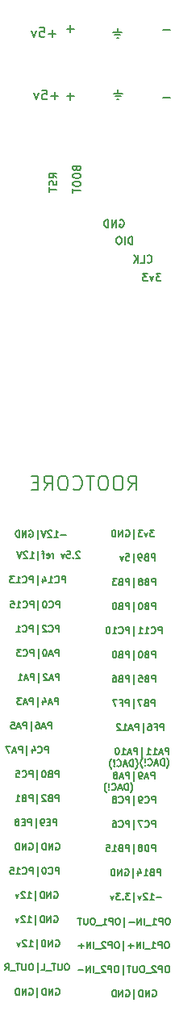
<source format=gbr>
%TF.GenerationSoftware,KiCad,Pcbnew,5.1.9+dfsg1-1*%
%TF.CreationDate,2021-03-03T14:05:15+01:00*%
%TF.ProjectId,rootcore,726f6f74-636f-4726-952e-6b696361645f,rev?*%
%TF.SameCoordinates,Original*%
%TF.FileFunction,Legend,Bot*%
%TF.FilePolarity,Positive*%
%FSLAX46Y46*%
G04 Gerber Fmt 4.6, Leading zero omitted, Abs format (unit mm)*
G04 Created by KiCad (PCBNEW 5.1.9+dfsg1-1) date 2021-03-03 14:05:15*
%MOMM*%
%LPD*%
G01*
G04 APERTURE LIST*
%ADD10C,0.180000*%
%ADD11C,0.150000*%
%ADD12C,0.160000*%
%ADD13C,0.100000*%
%ADD14R,1.700000X1.700000*%
%ADD15O,1.700000X1.700000*%
G04 APERTURE END LIST*
D10*
X34302857Y-42284285D02*
X34340952Y-42398571D01*
X34379047Y-42436666D01*
X34455238Y-42474761D01*
X34569523Y-42474761D01*
X34645714Y-42436666D01*
X34683809Y-42398571D01*
X34721904Y-42322380D01*
X34721904Y-42017619D01*
X33921904Y-42017619D01*
X33921904Y-42284285D01*
X33960000Y-42360476D01*
X33998095Y-42398571D01*
X34074285Y-42436666D01*
X34150476Y-42436666D01*
X34226666Y-42398571D01*
X34264761Y-42360476D01*
X34302857Y-42284285D01*
X34302857Y-42017619D01*
X33921904Y-42970000D02*
X33921904Y-43122380D01*
X33960000Y-43198571D01*
X34036190Y-43274761D01*
X34188571Y-43312857D01*
X34455238Y-43312857D01*
X34607619Y-43274761D01*
X34683809Y-43198571D01*
X34721904Y-43122380D01*
X34721904Y-42970000D01*
X34683809Y-42893809D01*
X34607619Y-42817619D01*
X34455238Y-42779523D01*
X34188571Y-42779523D01*
X34036190Y-42817619D01*
X33960000Y-42893809D01*
X33921904Y-42970000D01*
X33921904Y-43808095D02*
X33921904Y-43960476D01*
X33960000Y-44036666D01*
X34036190Y-44112857D01*
X34188571Y-44150952D01*
X34455238Y-44150952D01*
X34607619Y-44112857D01*
X34683809Y-44036666D01*
X34721904Y-43960476D01*
X34721904Y-43808095D01*
X34683809Y-43731904D01*
X34607619Y-43655714D01*
X34455238Y-43617619D01*
X34188571Y-43617619D01*
X34036190Y-43655714D01*
X33960000Y-43731904D01*
X33921904Y-43808095D01*
X33921904Y-44379523D02*
X33921904Y-44836666D01*
X34721904Y-44608095D02*
X33921904Y-44608095D01*
X32231904Y-43271904D02*
X31850952Y-43005238D01*
X32231904Y-42814761D02*
X31431904Y-42814761D01*
X31431904Y-43119523D01*
X31470000Y-43195714D01*
X31508095Y-43233809D01*
X31584285Y-43271904D01*
X31698571Y-43271904D01*
X31774761Y-43233809D01*
X31812857Y-43195714D01*
X31850952Y-43119523D01*
X31850952Y-42814761D01*
X32193809Y-43576666D02*
X32231904Y-43690952D01*
X32231904Y-43881428D01*
X32193809Y-43957619D01*
X32155714Y-43995714D01*
X32079523Y-44033809D01*
X32003333Y-44033809D01*
X31927142Y-43995714D01*
X31889047Y-43957619D01*
X31850952Y-43881428D01*
X31812857Y-43729047D01*
X31774761Y-43652857D01*
X31736666Y-43614761D01*
X31660476Y-43576666D01*
X31584285Y-43576666D01*
X31508095Y-43614761D01*
X31470000Y-43652857D01*
X31431904Y-43729047D01*
X31431904Y-43919523D01*
X31470000Y-44033809D01*
X31431904Y-44262380D02*
X31431904Y-44719523D01*
X32231904Y-44490952D02*
X31431904Y-44490952D01*
X40169047Y-50241904D02*
X40169047Y-49441904D01*
X39978571Y-49441904D01*
X39864285Y-49480000D01*
X39788095Y-49556190D01*
X39750000Y-49632380D01*
X39711904Y-49784761D01*
X39711904Y-49899047D01*
X39750000Y-50051428D01*
X39788095Y-50127619D01*
X39864285Y-50203809D01*
X39978571Y-50241904D01*
X40169047Y-50241904D01*
X39369047Y-50241904D02*
X39369047Y-49441904D01*
X38835714Y-49441904D02*
X38683333Y-49441904D01*
X38607142Y-49480000D01*
X38530952Y-49556190D01*
X38492857Y-49708571D01*
X38492857Y-49975238D01*
X38530952Y-50127619D01*
X38607142Y-50203809D01*
X38683333Y-50241904D01*
X38835714Y-50241904D01*
X38911904Y-50203809D01*
X38988095Y-50127619D01*
X39026190Y-49975238D01*
X39026190Y-49708571D01*
X38988095Y-49556190D01*
X38911904Y-49480000D01*
X38835714Y-49441904D01*
X38839523Y-47690000D02*
X38915714Y-47651904D01*
X39030000Y-47651904D01*
X39144285Y-47690000D01*
X39220476Y-47766190D01*
X39258571Y-47842380D01*
X39296666Y-47994761D01*
X39296666Y-48109047D01*
X39258571Y-48261428D01*
X39220476Y-48337619D01*
X39144285Y-48413809D01*
X39030000Y-48451904D01*
X38953809Y-48451904D01*
X38839523Y-48413809D01*
X38801428Y-48375714D01*
X38801428Y-48109047D01*
X38953809Y-48109047D01*
X38458571Y-48451904D02*
X38458571Y-47651904D01*
X38001428Y-48451904D01*
X38001428Y-47651904D01*
X37620476Y-48451904D02*
X37620476Y-47651904D01*
X37430000Y-47651904D01*
X37315714Y-47690000D01*
X37239523Y-47766190D01*
X37201428Y-47842380D01*
X37163333Y-47994761D01*
X37163333Y-48109047D01*
X37201428Y-48261428D01*
X37239523Y-48337619D01*
X37315714Y-48413809D01*
X37430000Y-48451904D01*
X37620476Y-48451904D01*
X41726190Y-52105714D02*
X41764285Y-52143809D01*
X41878571Y-52181904D01*
X41954761Y-52181904D01*
X42069047Y-52143809D01*
X42145238Y-52067619D01*
X42183333Y-51991428D01*
X42221428Y-51839047D01*
X42221428Y-51724761D01*
X42183333Y-51572380D01*
X42145238Y-51496190D01*
X42069047Y-51420000D01*
X41954761Y-51381904D01*
X41878571Y-51381904D01*
X41764285Y-51420000D01*
X41726190Y-51458095D01*
X41002380Y-52181904D02*
X41383333Y-52181904D01*
X41383333Y-51381904D01*
X40735714Y-52181904D02*
X40735714Y-51381904D01*
X40278571Y-52181904D02*
X40621428Y-51724761D01*
X40278571Y-51381904D02*
X40735714Y-51839047D01*
X43152380Y-53301904D02*
X42657142Y-53301904D01*
X42923809Y-53606666D01*
X42809523Y-53606666D01*
X42733333Y-53644761D01*
X42695238Y-53682857D01*
X42657142Y-53759047D01*
X42657142Y-53949523D01*
X42695238Y-54025714D01*
X42733333Y-54063809D01*
X42809523Y-54101904D01*
X43038095Y-54101904D01*
X43114285Y-54063809D01*
X43152380Y-54025714D01*
X42390476Y-53568571D02*
X42200000Y-54101904D01*
X42009523Y-53568571D01*
X41780952Y-53301904D02*
X41285714Y-53301904D01*
X41552380Y-53606666D01*
X41438095Y-53606666D01*
X41361904Y-53644761D01*
X41323809Y-53682857D01*
X41285714Y-53759047D01*
X41285714Y-53949523D01*
X41323809Y-54025714D01*
X41361904Y-54063809D01*
X41438095Y-54101904D01*
X41666666Y-54101904D01*
X41742857Y-54063809D01*
X41780952Y-54025714D01*
D11*
X39742857Y-76028571D02*
X40242857Y-75314285D01*
X40600000Y-76028571D02*
X40600000Y-74528571D01*
X40028571Y-74528571D01*
X39885714Y-74600000D01*
X39814285Y-74671428D01*
X39742857Y-74814285D01*
X39742857Y-75028571D01*
X39814285Y-75171428D01*
X39885714Y-75242857D01*
X40028571Y-75314285D01*
X40600000Y-75314285D01*
X38814285Y-74528571D02*
X38528571Y-74528571D01*
X38385714Y-74600000D01*
X38242857Y-74742857D01*
X38171428Y-75028571D01*
X38171428Y-75528571D01*
X38242857Y-75814285D01*
X38385714Y-75957142D01*
X38528571Y-76028571D01*
X38814285Y-76028571D01*
X38957142Y-75957142D01*
X39100000Y-75814285D01*
X39171428Y-75528571D01*
X39171428Y-75028571D01*
X39100000Y-74742857D01*
X38957142Y-74600000D01*
X38814285Y-74528571D01*
X37242857Y-74528571D02*
X36957142Y-74528571D01*
X36814285Y-74600000D01*
X36671428Y-74742857D01*
X36600000Y-75028571D01*
X36600000Y-75528571D01*
X36671428Y-75814285D01*
X36814285Y-75957142D01*
X36957142Y-76028571D01*
X37242857Y-76028571D01*
X37385714Y-75957142D01*
X37528571Y-75814285D01*
X37600000Y-75528571D01*
X37600000Y-75028571D01*
X37528571Y-74742857D01*
X37385714Y-74600000D01*
X37242857Y-74528571D01*
X36171428Y-74528571D02*
X35314285Y-74528571D01*
X35742857Y-76028571D02*
X35742857Y-74528571D01*
X33957142Y-75885714D02*
X34028571Y-75957142D01*
X34242857Y-76028571D01*
X34385714Y-76028571D01*
X34600000Y-75957142D01*
X34742857Y-75814285D01*
X34814285Y-75671428D01*
X34885714Y-75385714D01*
X34885714Y-75171428D01*
X34814285Y-74885714D01*
X34742857Y-74742857D01*
X34600000Y-74600000D01*
X34385714Y-74528571D01*
X34242857Y-74528571D01*
X34028571Y-74600000D01*
X33957142Y-74671428D01*
X33028571Y-74528571D02*
X32742857Y-74528571D01*
X32600000Y-74600000D01*
X32457142Y-74742857D01*
X32385714Y-75028571D01*
X32385714Y-75528571D01*
X32457142Y-75814285D01*
X32600000Y-75957142D01*
X32742857Y-76028571D01*
X33028571Y-76028571D01*
X33171428Y-75957142D01*
X33314285Y-75814285D01*
X33385714Y-75528571D01*
X33385714Y-75028571D01*
X33314285Y-74742857D01*
X33171428Y-74600000D01*
X33028571Y-74528571D01*
X30885714Y-76028571D02*
X31385714Y-75314285D01*
X31742857Y-76028571D02*
X31742857Y-74528571D01*
X31171428Y-74528571D01*
X31028571Y-74600000D01*
X30957142Y-74671428D01*
X30885714Y-74814285D01*
X30885714Y-75028571D01*
X30957142Y-75171428D01*
X31028571Y-75242857D01*
X31171428Y-75314285D01*
X31742857Y-75314285D01*
X30242857Y-75242857D02*
X29742857Y-75242857D01*
X29528571Y-76028571D02*
X30242857Y-76028571D01*
X30242857Y-74528571D01*
X29528571Y-74528571D01*
X39126190Y-34430952D02*
X38173809Y-34430952D01*
X38935714Y-34716666D02*
X38364285Y-34716666D01*
X38650000Y-34002380D02*
X38650000Y-34430952D01*
X38554761Y-35002380D02*
X38745238Y-35002380D01*
X39076190Y-27980952D02*
X38123809Y-27980952D01*
X38885714Y-28266666D02*
X38314285Y-28266666D01*
X38600000Y-27552380D02*
X38600000Y-27980952D01*
X38504761Y-28552380D02*
X38695238Y-28552380D01*
X32388095Y-34671428D02*
X31626190Y-34671428D01*
X32007142Y-35052380D02*
X32007142Y-34290476D01*
X30673809Y-34052380D02*
X31150000Y-34052380D01*
X31197619Y-34528571D01*
X31150000Y-34480952D01*
X31054761Y-34433333D01*
X30816666Y-34433333D01*
X30721428Y-34480952D01*
X30673809Y-34528571D01*
X30626190Y-34623809D01*
X30626190Y-34861904D01*
X30673809Y-34957142D01*
X30721428Y-35004761D01*
X30816666Y-35052380D01*
X31054761Y-35052380D01*
X31150000Y-35004761D01*
X31197619Y-34957142D01*
X30292857Y-34385714D02*
X30054761Y-35052380D01*
X29816666Y-34385714D01*
X32138095Y-28121428D02*
X31376190Y-28121428D01*
X31757142Y-28502380D02*
X31757142Y-27740476D01*
X30423809Y-27502380D02*
X30900000Y-27502380D01*
X30947619Y-27978571D01*
X30900000Y-27930952D01*
X30804761Y-27883333D01*
X30566666Y-27883333D01*
X30471428Y-27930952D01*
X30423809Y-27978571D01*
X30376190Y-28073809D01*
X30376190Y-28311904D01*
X30423809Y-28407142D01*
X30471428Y-28454761D01*
X30566666Y-28502380D01*
X30804761Y-28502380D01*
X30900000Y-28454761D01*
X30947619Y-28407142D01*
X30042857Y-27835714D02*
X29804761Y-28502380D01*
X29566666Y-27835714D01*
X44130952Y-27771428D02*
X43369047Y-27771428D01*
X44130952Y-34821428D02*
X43369047Y-34821428D01*
X34030952Y-34721428D02*
X33269047Y-34721428D01*
X33650000Y-35102380D02*
X33650000Y-34340476D01*
X34030952Y-27621428D02*
X33269047Y-27621428D01*
X33650000Y-28002380D02*
X33650000Y-27240476D01*
D12*
X39966666Y-107783333D02*
X40000000Y-107750000D01*
X40066666Y-107650000D01*
X40100000Y-107583333D01*
X40133333Y-107483333D01*
X40166666Y-107316666D01*
X40166666Y-107183333D01*
X40133333Y-107016666D01*
X40100000Y-106916666D01*
X40066666Y-106850000D01*
X40000000Y-106750000D01*
X39966666Y-106716666D01*
X39700000Y-107516666D02*
X39700000Y-106816666D01*
X39533333Y-106816666D01*
X39433333Y-106850000D01*
X39366666Y-106916666D01*
X39333333Y-106983333D01*
X39300000Y-107116666D01*
X39300000Y-107216666D01*
X39333333Y-107350000D01*
X39366666Y-107416666D01*
X39433333Y-107483333D01*
X39533333Y-107516666D01*
X39700000Y-107516666D01*
X39033333Y-107316666D02*
X38700000Y-107316666D01*
X39100000Y-107516666D02*
X38866666Y-106816666D01*
X38633333Y-107516666D01*
X38000000Y-107450000D02*
X38033333Y-107483333D01*
X38133333Y-107516666D01*
X38200000Y-107516666D01*
X38300000Y-107483333D01*
X38366666Y-107416666D01*
X38400000Y-107350000D01*
X38433333Y-107216666D01*
X38433333Y-107116666D01*
X38400000Y-106983333D01*
X38366666Y-106916666D01*
X38300000Y-106850000D01*
X38200000Y-106816666D01*
X38133333Y-106816666D01*
X38033333Y-106850000D01*
X38000000Y-106883333D01*
X37700000Y-107450000D02*
X37666666Y-107483333D01*
X37700000Y-107516666D01*
X37733333Y-107483333D01*
X37700000Y-107450000D01*
X37700000Y-107516666D01*
X37700000Y-107250000D02*
X37733333Y-106850000D01*
X37700000Y-106816666D01*
X37666666Y-106850000D01*
X37700000Y-107250000D01*
X37700000Y-106816666D01*
X37433333Y-107783333D02*
X37400000Y-107750000D01*
X37333333Y-107650000D01*
X37300000Y-107583333D01*
X37266666Y-107483333D01*
X37233333Y-107316666D01*
X37233333Y-107183333D01*
X37266666Y-107016666D01*
X37300000Y-106916666D01*
X37333333Y-106850000D01*
X37400000Y-106750000D01*
X37433333Y-106716666D01*
X40516666Y-105283333D02*
X40550000Y-105250000D01*
X40616666Y-105150000D01*
X40650000Y-105083333D01*
X40683333Y-104983333D01*
X40716666Y-104816666D01*
X40716666Y-104683333D01*
X40683333Y-104516666D01*
X40650000Y-104416666D01*
X40616666Y-104350000D01*
X40550000Y-104250000D01*
X40516666Y-104216666D01*
X40250000Y-105016666D02*
X40250000Y-104316666D01*
X40083333Y-104316666D01*
X39983333Y-104350000D01*
X39916666Y-104416666D01*
X39883333Y-104483333D01*
X39850000Y-104616666D01*
X39850000Y-104716666D01*
X39883333Y-104850000D01*
X39916666Y-104916666D01*
X39983333Y-104983333D01*
X40083333Y-105016666D01*
X40250000Y-105016666D01*
X39583333Y-104816666D02*
X39250000Y-104816666D01*
X39650000Y-105016666D02*
X39416666Y-104316666D01*
X39183333Y-105016666D01*
X38550000Y-104950000D02*
X38583333Y-104983333D01*
X38683333Y-105016666D01*
X38750000Y-105016666D01*
X38850000Y-104983333D01*
X38916666Y-104916666D01*
X38950000Y-104850000D01*
X38983333Y-104716666D01*
X38983333Y-104616666D01*
X38950000Y-104483333D01*
X38916666Y-104416666D01*
X38850000Y-104350000D01*
X38750000Y-104316666D01*
X38683333Y-104316666D01*
X38583333Y-104350000D01*
X38550000Y-104383333D01*
X38250000Y-104950000D02*
X38216666Y-104983333D01*
X38250000Y-105016666D01*
X38283333Y-104983333D01*
X38250000Y-104950000D01*
X38250000Y-105016666D01*
X38250000Y-104750000D02*
X38283333Y-104350000D01*
X38250000Y-104316666D01*
X38216666Y-104350000D01*
X38250000Y-104750000D01*
X38250000Y-104316666D01*
X37983333Y-105283333D02*
X37950000Y-105250000D01*
X37883333Y-105150000D01*
X37850000Y-105083333D01*
X37816666Y-104983333D01*
X37783333Y-104816666D01*
X37783333Y-104683333D01*
X37816666Y-104516666D01*
X37850000Y-104416666D01*
X37883333Y-104350000D01*
X37950000Y-104250000D01*
X37983333Y-104216666D01*
X43766666Y-105183333D02*
X43800000Y-105150000D01*
X43866666Y-105050000D01*
X43900000Y-104983333D01*
X43933333Y-104883333D01*
X43966666Y-104716666D01*
X43966666Y-104583333D01*
X43933333Y-104416666D01*
X43900000Y-104316666D01*
X43866666Y-104250000D01*
X43800000Y-104150000D01*
X43766666Y-104116666D01*
X43500000Y-104916666D02*
X43500000Y-104216666D01*
X43333333Y-104216666D01*
X43233333Y-104250000D01*
X43166666Y-104316666D01*
X43133333Y-104383333D01*
X43100000Y-104516666D01*
X43100000Y-104616666D01*
X43133333Y-104750000D01*
X43166666Y-104816666D01*
X43233333Y-104883333D01*
X43333333Y-104916666D01*
X43500000Y-104916666D01*
X42833333Y-104716666D02*
X42500000Y-104716666D01*
X42900000Y-104916666D02*
X42666666Y-104216666D01*
X42433333Y-104916666D01*
X41800000Y-104850000D02*
X41833333Y-104883333D01*
X41933333Y-104916666D01*
X42000000Y-104916666D01*
X42100000Y-104883333D01*
X42166666Y-104816666D01*
X42200000Y-104750000D01*
X42233333Y-104616666D01*
X42233333Y-104516666D01*
X42200000Y-104383333D01*
X42166666Y-104316666D01*
X42100000Y-104250000D01*
X42000000Y-104216666D01*
X41933333Y-104216666D01*
X41833333Y-104250000D01*
X41800000Y-104283333D01*
X41500000Y-104850000D02*
X41466666Y-104883333D01*
X41500000Y-104916666D01*
X41533333Y-104883333D01*
X41500000Y-104850000D01*
X41500000Y-104916666D01*
X41500000Y-104650000D02*
X41533333Y-104250000D01*
X41500000Y-104216666D01*
X41466666Y-104250000D01*
X41500000Y-104650000D01*
X41500000Y-104216666D01*
X41233333Y-105183333D02*
X41200000Y-105150000D01*
X41133333Y-105050000D01*
X41100000Y-104983333D01*
X41066666Y-104883333D01*
X41033333Y-104716666D01*
X41033333Y-104583333D01*
X41066666Y-104416666D01*
X41100000Y-104316666D01*
X41133333Y-104250000D01*
X41200000Y-104150000D01*
X41233333Y-104116666D01*
X42283333Y-128510000D02*
X42350000Y-128476666D01*
X42450000Y-128476666D01*
X42550000Y-128510000D01*
X42616666Y-128576666D01*
X42650000Y-128643333D01*
X42683333Y-128776666D01*
X42683333Y-128876666D01*
X42650000Y-129010000D01*
X42616666Y-129076666D01*
X42550000Y-129143333D01*
X42450000Y-129176666D01*
X42383333Y-129176666D01*
X42283333Y-129143333D01*
X42250000Y-129110000D01*
X42250000Y-128876666D01*
X42383333Y-128876666D01*
X41950000Y-129176666D02*
X41950000Y-128476666D01*
X41550000Y-129176666D01*
X41550000Y-128476666D01*
X41216666Y-129176666D02*
X41216666Y-128476666D01*
X41050000Y-128476666D01*
X40950000Y-128510000D01*
X40883333Y-128576666D01*
X40850000Y-128643333D01*
X40816666Y-128776666D01*
X40816666Y-128876666D01*
X40850000Y-129010000D01*
X40883333Y-129076666D01*
X40950000Y-129143333D01*
X41050000Y-129176666D01*
X41216666Y-129176666D01*
X40350000Y-129410000D02*
X40350000Y-128410000D01*
X39483333Y-128510000D02*
X39550000Y-128476666D01*
X39650000Y-128476666D01*
X39750000Y-128510000D01*
X39816666Y-128576666D01*
X39850000Y-128643333D01*
X39883333Y-128776666D01*
X39883333Y-128876666D01*
X39850000Y-129010000D01*
X39816666Y-129076666D01*
X39750000Y-129143333D01*
X39650000Y-129176666D01*
X39583333Y-129176666D01*
X39483333Y-129143333D01*
X39450000Y-129110000D01*
X39450000Y-128876666D01*
X39583333Y-128876666D01*
X39150000Y-129176666D02*
X39150000Y-128476666D01*
X38750000Y-129176666D01*
X38750000Y-128476666D01*
X38416666Y-129176666D02*
X38416666Y-128476666D01*
X38250000Y-128476666D01*
X38150000Y-128510000D01*
X38083333Y-128576666D01*
X38050000Y-128643333D01*
X38016666Y-128776666D01*
X38016666Y-128876666D01*
X38050000Y-129010000D01*
X38083333Y-129076666D01*
X38150000Y-129143333D01*
X38250000Y-129176666D01*
X38416666Y-129176666D01*
X43883333Y-125936666D02*
X43750000Y-125936666D01*
X43683333Y-125970000D01*
X43616666Y-126036666D01*
X43583333Y-126170000D01*
X43583333Y-126403333D01*
X43616666Y-126536666D01*
X43683333Y-126603333D01*
X43750000Y-126636666D01*
X43883333Y-126636666D01*
X43950000Y-126603333D01*
X44016666Y-126536666D01*
X44050000Y-126403333D01*
X44050000Y-126170000D01*
X44016666Y-126036666D01*
X43950000Y-125970000D01*
X43883333Y-125936666D01*
X43283333Y-126636666D02*
X43283333Y-125936666D01*
X43016666Y-125936666D01*
X42950000Y-125970000D01*
X42916666Y-126003333D01*
X42883333Y-126070000D01*
X42883333Y-126170000D01*
X42916666Y-126236666D01*
X42950000Y-126270000D01*
X43016666Y-126303333D01*
X43283333Y-126303333D01*
X42616666Y-126003333D02*
X42583333Y-125970000D01*
X42516666Y-125936666D01*
X42350000Y-125936666D01*
X42283333Y-125970000D01*
X42250000Y-126003333D01*
X42216666Y-126070000D01*
X42216666Y-126136666D01*
X42250000Y-126236666D01*
X42650000Y-126636666D01*
X42216666Y-126636666D01*
X42083333Y-126703333D02*
X41550000Y-126703333D01*
X41250000Y-125936666D02*
X41116666Y-125936666D01*
X41050000Y-125970000D01*
X40983333Y-126036666D01*
X40950000Y-126170000D01*
X40950000Y-126403333D01*
X40983333Y-126536666D01*
X41050000Y-126603333D01*
X41116666Y-126636666D01*
X41250000Y-126636666D01*
X41316666Y-126603333D01*
X41383333Y-126536666D01*
X41416666Y-126403333D01*
X41416666Y-126170000D01*
X41383333Y-126036666D01*
X41316666Y-125970000D01*
X41250000Y-125936666D01*
X40650000Y-125936666D02*
X40650000Y-126503333D01*
X40616666Y-126570000D01*
X40583333Y-126603333D01*
X40516666Y-126636666D01*
X40383333Y-126636666D01*
X40316666Y-126603333D01*
X40283333Y-126570000D01*
X40250000Y-126503333D01*
X40250000Y-125936666D01*
X40016666Y-125936666D02*
X39616666Y-125936666D01*
X39816666Y-126636666D02*
X39816666Y-125936666D01*
X39216666Y-126870000D02*
X39216666Y-125870000D01*
X38583333Y-125936666D02*
X38450000Y-125936666D01*
X38383333Y-125970000D01*
X38316666Y-126036666D01*
X38283333Y-126170000D01*
X38283333Y-126403333D01*
X38316666Y-126536666D01*
X38383333Y-126603333D01*
X38450000Y-126636666D01*
X38583333Y-126636666D01*
X38650000Y-126603333D01*
X38716666Y-126536666D01*
X38750000Y-126403333D01*
X38750000Y-126170000D01*
X38716666Y-126036666D01*
X38650000Y-125970000D01*
X38583333Y-125936666D01*
X37983333Y-126636666D02*
X37983333Y-125936666D01*
X37716666Y-125936666D01*
X37650000Y-125970000D01*
X37616666Y-126003333D01*
X37583333Y-126070000D01*
X37583333Y-126170000D01*
X37616666Y-126236666D01*
X37650000Y-126270000D01*
X37716666Y-126303333D01*
X37983333Y-126303333D01*
X37316666Y-126003333D02*
X37283333Y-125970000D01*
X37216666Y-125936666D01*
X37050000Y-125936666D01*
X36983333Y-125970000D01*
X36950000Y-126003333D01*
X36916666Y-126070000D01*
X36916666Y-126136666D01*
X36950000Y-126236666D01*
X37350000Y-126636666D01*
X36916666Y-126636666D01*
X36783333Y-126703333D02*
X36250000Y-126703333D01*
X36083333Y-126636666D02*
X36083333Y-125936666D01*
X35750000Y-126636666D02*
X35750000Y-125936666D01*
X35350000Y-126636666D01*
X35350000Y-125936666D01*
X35016666Y-126370000D02*
X34483333Y-126370000D01*
X43850000Y-123416666D02*
X43716666Y-123416666D01*
X43650000Y-123450000D01*
X43583333Y-123516666D01*
X43550000Y-123650000D01*
X43550000Y-123883333D01*
X43583333Y-124016666D01*
X43650000Y-124083333D01*
X43716666Y-124116666D01*
X43850000Y-124116666D01*
X43916666Y-124083333D01*
X43983333Y-124016666D01*
X44016666Y-123883333D01*
X44016666Y-123650000D01*
X43983333Y-123516666D01*
X43916666Y-123450000D01*
X43850000Y-123416666D01*
X43250000Y-124116666D02*
X43250000Y-123416666D01*
X42983333Y-123416666D01*
X42916666Y-123450000D01*
X42883333Y-123483333D01*
X42850000Y-123550000D01*
X42850000Y-123650000D01*
X42883333Y-123716666D01*
X42916666Y-123750000D01*
X42983333Y-123783333D01*
X43250000Y-123783333D01*
X42183333Y-124116666D02*
X42583333Y-124116666D01*
X42383333Y-124116666D02*
X42383333Y-123416666D01*
X42450000Y-123516666D01*
X42516666Y-123583333D01*
X42583333Y-123616666D01*
X42050000Y-124183333D02*
X41516666Y-124183333D01*
X41350000Y-124116666D02*
X41350000Y-123416666D01*
X41016666Y-124116666D02*
X41016666Y-123416666D01*
X40616666Y-124116666D01*
X40616666Y-123416666D01*
X40283333Y-123850000D02*
X39750000Y-123850000D01*
X40016666Y-124116666D02*
X40016666Y-123583333D01*
X39250000Y-124350000D02*
X39250000Y-123350000D01*
X38616666Y-123416666D02*
X38483333Y-123416666D01*
X38416666Y-123450000D01*
X38350000Y-123516666D01*
X38316666Y-123650000D01*
X38316666Y-123883333D01*
X38350000Y-124016666D01*
X38416666Y-124083333D01*
X38483333Y-124116666D01*
X38616666Y-124116666D01*
X38683333Y-124083333D01*
X38750000Y-124016666D01*
X38783333Y-123883333D01*
X38783333Y-123650000D01*
X38750000Y-123516666D01*
X38683333Y-123450000D01*
X38616666Y-123416666D01*
X38016666Y-124116666D02*
X38016666Y-123416666D01*
X37750000Y-123416666D01*
X37683333Y-123450000D01*
X37650000Y-123483333D01*
X37616666Y-123550000D01*
X37616666Y-123650000D01*
X37650000Y-123716666D01*
X37683333Y-123750000D01*
X37750000Y-123783333D01*
X38016666Y-123783333D01*
X37350000Y-123483333D02*
X37316666Y-123450000D01*
X37250000Y-123416666D01*
X37083333Y-123416666D01*
X37016666Y-123450000D01*
X36983333Y-123483333D01*
X36950000Y-123550000D01*
X36950000Y-123616666D01*
X36983333Y-123716666D01*
X37383333Y-124116666D01*
X36950000Y-124116666D01*
X36816666Y-124183333D02*
X36283333Y-124183333D01*
X36116666Y-124116666D02*
X36116666Y-123416666D01*
X35783333Y-124116666D02*
X35783333Y-123416666D01*
X35383333Y-124116666D01*
X35383333Y-123416666D01*
X35050000Y-123850000D02*
X34516666Y-123850000D01*
X34783333Y-124116666D02*
X34783333Y-123583333D01*
X43933333Y-120916666D02*
X43800000Y-120916666D01*
X43733333Y-120950000D01*
X43666666Y-121016666D01*
X43633333Y-121150000D01*
X43633333Y-121383333D01*
X43666666Y-121516666D01*
X43733333Y-121583333D01*
X43800000Y-121616666D01*
X43933333Y-121616666D01*
X44000000Y-121583333D01*
X44066666Y-121516666D01*
X44100000Y-121383333D01*
X44100000Y-121150000D01*
X44066666Y-121016666D01*
X44000000Y-120950000D01*
X43933333Y-120916666D01*
X43333333Y-121616666D02*
X43333333Y-120916666D01*
X43066666Y-120916666D01*
X43000000Y-120950000D01*
X42966666Y-120983333D01*
X42933333Y-121050000D01*
X42933333Y-121150000D01*
X42966666Y-121216666D01*
X43000000Y-121250000D01*
X43066666Y-121283333D01*
X43333333Y-121283333D01*
X42266666Y-121616666D02*
X42666666Y-121616666D01*
X42466666Y-121616666D02*
X42466666Y-120916666D01*
X42533333Y-121016666D01*
X42600000Y-121083333D01*
X42666666Y-121116666D01*
X42133333Y-121683333D02*
X41600000Y-121683333D01*
X41433333Y-121616666D02*
X41433333Y-120916666D01*
X41100000Y-121616666D02*
X41100000Y-120916666D01*
X40700000Y-121616666D01*
X40700000Y-120916666D01*
X40366666Y-121350000D02*
X39833333Y-121350000D01*
X39333333Y-121850000D02*
X39333333Y-120850000D01*
X38700000Y-120916666D02*
X38566666Y-120916666D01*
X38500000Y-120950000D01*
X38433333Y-121016666D01*
X38400000Y-121150000D01*
X38400000Y-121383333D01*
X38433333Y-121516666D01*
X38500000Y-121583333D01*
X38566666Y-121616666D01*
X38700000Y-121616666D01*
X38766666Y-121583333D01*
X38833333Y-121516666D01*
X38866666Y-121383333D01*
X38866666Y-121150000D01*
X38833333Y-121016666D01*
X38766666Y-120950000D01*
X38700000Y-120916666D01*
X38100000Y-121616666D02*
X38100000Y-120916666D01*
X37833333Y-120916666D01*
X37766666Y-120950000D01*
X37733333Y-120983333D01*
X37700000Y-121050000D01*
X37700000Y-121150000D01*
X37733333Y-121216666D01*
X37766666Y-121250000D01*
X37833333Y-121283333D01*
X38100000Y-121283333D01*
X37033333Y-121616666D02*
X37433333Y-121616666D01*
X37233333Y-121616666D02*
X37233333Y-120916666D01*
X37300000Y-121016666D01*
X37366666Y-121083333D01*
X37433333Y-121116666D01*
X36900000Y-121683333D02*
X36366666Y-121683333D01*
X36066666Y-120916666D02*
X35933333Y-120916666D01*
X35866666Y-120950000D01*
X35800000Y-121016666D01*
X35766666Y-121150000D01*
X35766666Y-121383333D01*
X35800000Y-121516666D01*
X35866666Y-121583333D01*
X35933333Y-121616666D01*
X36066666Y-121616666D01*
X36133333Y-121583333D01*
X36200000Y-121516666D01*
X36233333Y-121383333D01*
X36233333Y-121150000D01*
X36200000Y-121016666D01*
X36133333Y-120950000D01*
X36066666Y-120916666D01*
X35466666Y-120916666D02*
X35466666Y-121483333D01*
X35433333Y-121550000D01*
X35400000Y-121583333D01*
X35333333Y-121616666D01*
X35200000Y-121616666D01*
X35133333Y-121583333D01*
X35100000Y-121550000D01*
X35066666Y-121483333D01*
X35066666Y-120916666D01*
X34833333Y-120916666D02*
X34433333Y-120916666D01*
X34633333Y-121616666D02*
X34633333Y-120916666D01*
X43233333Y-118750000D02*
X42700000Y-118750000D01*
X42000000Y-119016666D02*
X42400000Y-119016666D01*
X42200000Y-119016666D02*
X42200000Y-118316666D01*
X42266666Y-118416666D01*
X42333333Y-118483333D01*
X42400000Y-118516666D01*
X41733333Y-118383333D02*
X41700000Y-118350000D01*
X41633333Y-118316666D01*
X41466666Y-118316666D01*
X41400000Y-118350000D01*
X41366666Y-118383333D01*
X41333333Y-118450000D01*
X41333333Y-118516666D01*
X41366666Y-118616666D01*
X41766666Y-119016666D01*
X41333333Y-119016666D01*
X41100000Y-118550000D02*
X40933333Y-119016666D01*
X40766666Y-118550000D01*
X40333333Y-119250000D02*
X40333333Y-118250000D01*
X39900000Y-118316666D02*
X39466666Y-118316666D01*
X39700000Y-118583333D01*
X39600000Y-118583333D01*
X39533333Y-118616666D01*
X39500000Y-118650000D01*
X39466666Y-118716666D01*
X39466666Y-118883333D01*
X39500000Y-118950000D01*
X39533333Y-118983333D01*
X39600000Y-119016666D01*
X39800000Y-119016666D01*
X39866666Y-118983333D01*
X39900000Y-118950000D01*
X39166666Y-118950000D02*
X39133333Y-118983333D01*
X39166666Y-119016666D01*
X39200000Y-118983333D01*
X39166666Y-118950000D01*
X39166666Y-119016666D01*
X38900000Y-118316666D02*
X38466666Y-118316666D01*
X38700000Y-118583333D01*
X38600000Y-118583333D01*
X38533333Y-118616666D01*
X38500000Y-118650000D01*
X38466666Y-118716666D01*
X38466666Y-118883333D01*
X38500000Y-118950000D01*
X38533333Y-118983333D01*
X38600000Y-119016666D01*
X38800000Y-119016666D01*
X38866666Y-118983333D01*
X38900000Y-118950000D01*
X38233333Y-118550000D02*
X38066666Y-119016666D01*
X37900000Y-118550000D01*
X43150000Y-116466666D02*
X43150000Y-115766666D01*
X42883333Y-115766666D01*
X42816666Y-115800000D01*
X42783333Y-115833333D01*
X42750000Y-115900000D01*
X42750000Y-116000000D01*
X42783333Y-116066666D01*
X42816666Y-116100000D01*
X42883333Y-116133333D01*
X43150000Y-116133333D01*
X42216666Y-116100000D02*
X42116666Y-116133333D01*
X42083333Y-116166666D01*
X42050000Y-116233333D01*
X42050000Y-116333333D01*
X42083333Y-116400000D01*
X42116666Y-116433333D01*
X42183333Y-116466666D01*
X42450000Y-116466666D01*
X42450000Y-115766666D01*
X42216666Y-115766666D01*
X42150000Y-115800000D01*
X42116666Y-115833333D01*
X42083333Y-115900000D01*
X42083333Y-115966666D01*
X42116666Y-116033333D01*
X42150000Y-116066666D01*
X42216666Y-116100000D01*
X42450000Y-116100000D01*
X41383333Y-116466666D02*
X41783333Y-116466666D01*
X41583333Y-116466666D02*
X41583333Y-115766666D01*
X41650000Y-115866666D01*
X41716666Y-115933333D01*
X41783333Y-115966666D01*
X40783333Y-116000000D02*
X40783333Y-116466666D01*
X40950000Y-115733333D02*
X41116666Y-116233333D01*
X40683333Y-116233333D01*
X40250000Y-116700000D02*
X40250000Y-115700000D01*
X39383333Y-115800000D02*
X39450000Y-115766666D01*
X39550000Y-115766666D01*
X39650000Y-115800000D01*
X39716666Y-115866666D01*
X39750000Y-115933333D01*
X39783333Y-116066666D01*
X39783333Y-116166666D01*
X39750000Y-116300000D01*
X39716666Y-116366666D01*
X39650000Y-116433333D01*
X39550000Y-116466666D01*
X39483333Y-116466666D01*
X39383333Y-116433333D01*
X39350000Y-116400000D01*
X39350000Y-116166666D01*
X39483333Y-116166666D01*
X39050000Y-116466666D02*
X39050000Y-115766666D01*
X38650000Y-116466666D01*
X38650000Y-115766666D01*
X38316666Y-116466666D02*
X38316666Y-115766666D01*
X38150000Y-115766666D01*
X38050000Y-115800000D01*
X37983333Y-115866666D01*
X37950000Y-115933333D01*
X37916666Y-116066666D01*
X37916666Y-116166666D01*
X37950000Y-116300000D01*
X37983333Y-116366666D01*
X38050000Y-116433333D01*
X38150000Y-116466666D01*
X38316666Y-116466666D01*
X42566666Y-113916666D02*
X42566666Y-113216666D01*
X42300000Y-113216666D01*
X42233333Y-113250000D01*
X42200000Y-113283333D01*
X42166666Y-113350000D01*
X42166666Y-113450000D01*
X42200000Y-113516666D01*
X42233333Y-113550000D01*
X42300000Y-113583333D01*
X42566666Y-113583333D01*
X41866666Y-113916666D02*
X41866666Y-113216666D01*
X41700000Y-113216666D01*
X41600000Y-113250000D01*
X41533333Y-113316666D01*
X41500000Y-113383333D01*
X41466666Y-113516666D01*
X41466666Y-113616666D01*
X41500000Y-113750000D01*
X41533333Y-113816666D01*
X41600000Y-113883333D01*
X41700000Y-113916666D01*
X41866666Y-113916666D01*
X41066666Y-113516666D02*
X41133333Y-113483333D01*
X41166666Y-113450000D01*
X41200000Y-113383333D01*
X41200000Y-113350000D01*
X41166666Y-113283333D01*
X41133333Y-113250000D01*
X41066666Y-113216666D01*
X40933333Y-113216666D01*
X40866666Y-113250000D01*
X40833333Y-113283333D01*
X40800000Y-113350000D01*
X40800000Y-113383333D01*
X40833333Y-113450000D01*
X40866666Y-113483333D01*
X40933333Y-113516666D01*
X41066666Y-113516666D01*
X41133333Y-113550000D01*
X41166666Y-113583333D01*
X41200000Y-113650000D01*
X41200000Y-113783333D01*
X41166666Y-113850000D01*
X41133333Y-113883333D01*
X41066666Y-113916666D01*
X40933333Y-113916666D01*
X40866666Y-113883333D01*
X40833333Y-113850000D01*
X40800000Y-113783333D01*
X40800000Y-113650000D01*
X40833333Y-113583333D01*
X40866666Y-113550000D01*
X40933333Y-113516666D01*
X40333333Y-114150000D02*
X40333333Y-113150000D01*
X39833333Y-113916666D02*
X39833333Y-113216666D01*
X39566666Y-113216666D01*
X39500000Y-113250000D01*
X39466666Y-113283333D01*
X39433333Y-113350000D01*
X39433333Y-113450000D01*
X39466666Y-113516666D01*
X39500000Y-113550000D01*
X39566666Y-113583333D01*
X39833333Y-113583333D01*
X38900000Y-113550000D02*
X38800000Y-113583333D01*
X38766666Y-113616666D01*
X38733333Y-113683333D01*
X38733333Y-113783333D01*
X38766666Y-113850000D01*
X38800000Y-113883333D01*
X38866666Y-113916666D01*
X39133333Y-113916666D01*
X39133333Y-113216666D01*
X38900000Y-113216666D01*
X38833333Y-113250000D01*
X38800000Y-113283333D01*
X38766666Y-113350000D01*
X38766666Y-113416666D01*
X38800000Y-113483333D01*
X38833333Y-113516666D01*
X38900000Y-113550000D01*
X39133333Y-113550000D01*
X38066666Y-113916666D02*
X38466666Y-113916666D01*
X38266666Y-113916666D02*
X38266666Y-113216666D01*
X38333333Y-113316666D01*
X38400000Y-113383333D01*
X38466666Y-113416666D01*
X37433333Y-113216666D02*
X37766666Y-113216666D01*
X37800000Y-113550000D01*
X37766666Y-113516666D01*
X37700000Y-113483333D01*
X37533333Y-113483333D01*
X37466666Y-113516666D01*
X37433333Y-113550000D01*
X37400000Y-113616666D01*
X37400000Y-113783333D01*
X37433333Y-113850000D01*
X37466666Y-113883333D01*
X37533333Y-113916666D01*
X37700000Y-113916666D01*
X37766666Y-113883333D01*
X37800000Y-113850000D01*
X42583333Y-111396666D02*
X42583333Y-110696666D01*
X42316666Y-110696666D01*
X42250000Y-110730000D01*
X42216666Y-110763333D01*
X42183333Y-110830000D01*
X42183333Y-110930000D01*
X42216666Y-110996666D01*
X42250000Y-111030000D01*
X42316666Y-111063333D01*
X42583333Y-111063333D01*
X41483333Y-111330000D02*
X41516666Y-111363333D01*
X41616666Y-111396666D01*
X41683333Y-111396666D01*
X41783333Y-111363333D01*
X41850000Y-111296666D01*
X41883333Y-111230000D01*
X41916666Y-111096666D01*
X41916666Y-110996666D01*
X41883333Y-110863333D01*
X41850000Y-110796666D01*
X41783333Y-110730000D01*
X41683333Y-110696666D01*
X41616666Y-110696666D01*
X41516666Y-110730000D01*
X41483333Y-110763333D01*
X41250000Y-110696666D02*
X40783333Y-110696666D01*
X41083333Y-111396666D01*
X40350000Y-111630000D02*
X40350000Y-110630000D01*
X39850000Y-111396666D02*
X39850000Y-110696666D01*
X39583333Y-110696666D01*
X39516666Y-110730000D01*
X39483333Y-110763333D01*
X39450000Y-110830000D01*
X39450000Y-110930000D01*
X39483333Y-110996666D01*
X39516666Y-111030000D01*
X39583333Y-111063333D01*
X39850000Y-111063333D01*
X38750000Y-111330000D02*
X38783333Y-111363333D01*
X38883333Y-111396666D01*
X38950000Y-111396666D01*
X39050000Y-111363333D01*
X39116666Y-111296666D01*
X39150000Y-111230000D01*
X39183333Y-111096666D01*
X39183333Y-110996666D01*
X39150000Y-110863333D01*
X39116666Y-110796666D01*
X39050000Y-110730000D01*
X38950000Y-110696666D01*
X38883333Y-110696666D01*
X38783333Y-110730000D01*
X38750000Y-110763333D01*
X38150000Y-110696666D02*
X38283333Y-110696666D01*
X38350000Y-110730000D01*
X38383333Y-110763333D01*
X38450000Y-110863333D01*
X38483333Y-110996666D01*
X38483333Y-111263333D01*
X38450000Y-111330000D01*
X38416666Y-111363333D01*
X38350000Y-111396666D01*
X38216666Y-111396666D01*
X38150000Y-111363333D01*
X38116666Y-111330000D01*
X38083333Y-111263333D01*
X38083333Y-111096666D01*
X38116666Y-111030000D01*
X38150000Y-110996666D01*
X38216666Y-110963333D01*
X38350000Y-110963333D01*
X38416666Y-110996666D01*
X38450000Y-111030000D01*
X38483333Y-111096666D01*
X42583333Y-108856666D02*
X42583333Y-108156666D01*
X42316666Y-108156666D01*
X42250000Y-108190000D01*
X42216666Y-108223333D01*
X42183333Y-108290000D01*
X42183333Y-108390000D01*
X42216666Y-108456666D01*
X42250000Y-108490000D01*
X42316666Y-108523333D01*
X42583333Y-108523333D01*
X41483333Y-108790000D02*
X41516666Y-108823333D01*
X41616666Y-108856666D01*
X41683333Y-108856666D01*
X41783333Y-108823333D01*
X41850000Y-108756666D01*
X41883333Y-108690000D01*
X41916666Y-108556666D01*
X41916666Y-108456666D01*
X41883333Y-108323333D01*
X41850000Y-108256666D01*
X41783333Y-108190000D01*
X41683333Y-108156666D01*
X41616666Y-108156666D01*
X41516666Y-108190000D01*
X41483333Y-108223333D01*
X41150000Y-108856666D02*
X41016666Y-108856666D01*
X40950000Y-108823333D01*
X40916666Y-108790000D01*
X40850000Y-108690000D01*
X40816666Y-108556666D01*
X40816666Y-108290000D01*
X40850000Y-108223333D01*
X40883333Y-108190000D01*
X40950000Y-108156666D01*
X41083333Y-108156666D01*
X41150000Y-108190000D01*
X41183333Y-108223333D01*
X41216666Y-108290000D01*
X41216666Y-108456666D01*
X41183333Y-108523333D01*
X41150000Y-108556666D01*
X41083333Y-108590000D01*
X40950000Y-108590000D01*
X40883333Y-108556666D01*
X40850000Y-108523333D01*
X40816666Y-108456666D01*
X40350000Y-109090000D02*
X40350000Y-108090000D01*
X39850000Y-108856666D02*
X39850000Y-108156666D01*
X39583333Y-108156666D01*
X39516666Y-108190000D01*
X39483333Y-108223333D01*
X39450000Y-108290000D01*
X39450000Y-108390000D01*
X39483333Y-108456666D01*
X39516666Y-108490000D01*
X39583333Y-108523333D01*
X39850000Y-108523333D01*
X38750000Y-108790000D02*
X38783333Y-108823333D01*
X38883333Y-108856666D01*
X38950000Y-108856666D01*
X39050000Y-108823333D01*
X39116666Y-108756666D01*
X39150000Y-108690000D01*
X39183333Y-108556666D01*
X39183333Y-108456666D01*
X39150000Y-108323333D01*
X39116666Y-108256666D01*
X39050000Y-108190000D01*
X38950000Y-108156666D01*
X38883333Y-108156666D01*
X38783333Y-108190000D01*
X38750000Y-108223333D01*
X38350000Y-108456666D02*
X38416666Y-108423333D01*
X38450000Y-108390000D01*
X38483333Y-108323333D01*
X38483333Y-108290000D01*
X38450000Y-108223333D01*
X38416666Y-108190000D01*
X38350000Y-108156666D01*
X38216666Y-108156666D01*
X38150000Y-108190000D01*
X38116666Y-108223333D01*
X38083333Y-108290000D01*
X38083333Y-108323333D01*
X38116666Y-108390000D01*
X38150000Y-108423333D01*
X38216666Y-108456666D01*
X38350000Y-108456666D01*
X38416666Y-108490000D01*
X38450000Y-108523333D01*
X38483333Y-108590000D01*
X38483333Y-108723333D01*
X38450000Y-108790000D01*
X38416666Y-108823333D01*
X38350000Y-108856666D01*
X38216666Y-108856666D01*
X38150000Y-108823333D01*
X38116666Y-108790000D01*
X38083333Y-108723333D01*
X38083333Y-108590000D01*
X38116666Y-108523333D01*
X38150000Y-108490000D01*
X38216666Y-108456666D01*
X42483333Y-106316666D02*
X42483333Y-105616666D01*
X42216666Y-105616666D01*
X42150000Y-105650000D01*
X42116666Y-105683333D01*
X42083333Y-105750000D01*
X42083333Y-105850000D01*
X42116666Y-105916666D01*
X42150000Y-105950000D01*
X42216666Y-105983333D01*
X42483333Y-105983333D01*
X41816666Y-106116666D02*
X41483333Y-106116666D01*
X41883333Y-106316666D02*
X41650000Y-105616666D01*
X41416666Y-106316666D01*
X41150000Y-106316666D02*
X41016666Y-106316666D01*
X40950000Y-106283333D01*
X40916666Y-106250000D01*
X40850000Y-106150000D01*
X40816666Y-106016666D01*
X40816666Y-105750000D01*
X40850000Y-105683333D01*
X40883333Y-105650000D01*
X40950000Y-105616666D01*
X41083333Y-105616666D01*
X41150000Y-105650000D01*
X41183333Y-105683333D01*
X41216666Y-105750000D01*
X41216666Y-105916666D01*
X41183333Y-105983333D01*
X41150000Y-106016666D01*
X41083333Y-106050000D01*
X40950000Y-106050000D01*
X40883333Y-106016666D01*
X40850000Y-105983333D01*
X40816666Y-105916666D01*
X40350000Y-106550000D02*
X40350000Y-105550000D01*
X39850000Y-106316666D02*
X39850000Y-105616666D01*
X39583333Y-105616666D01*
X39516666Y-105650000D01*
X39483333Y-105683333D01*
X39450000Y-105750000D01*
X39450000Y-105850000D01*
X39483333Y-105916666D01*
X39516666Y-105950000D01*
X39583333Y-105983333D01*
X39850000Y-105983333D01*
X39183333Y-106116666D02*
X38850000Y-106116666D01*
X39250000Y-106316666D02*
X39016666Y-105616666D01*
X38783333Y-106316666D01*
X38450000Y-105916666D02*
X38516666Y-105883333D01*
X38550000Y-105850000D01*
X38583333Y-105783333D01*
X38583333Y-105750000D01*
X38550000Y-105683333D01*
X38516666Y-105650000D01*
X38450000Y-105616666D01*
X38316666Y-105616666D01*
X38250000Y-105650000D01*
X38216666Y-105683333D01*
X38183333Y-105750000D01*
X38183333Y-105783333D01*
X38216666Y-105850000D01*
X38250000Y-105883333D01*
X38316666Y-105916666D01*
X38450000Y-105916666D01*
X38516666Y-105950000D01*
X38550000Y-105983333D01*
X38583333Y-106050000D01*
X38583333Y-106183333D01*
X38550000Y-106250000D01*
X38516666Y-106283333D01*
X38450000Y-106316666D01*
X38316666Y-106316666D01*
X38250000Y-106283333D01*
X38216666Y-106250000D01*
X38183333Y-106183333D01*
X38183333Y-106050000D01*
X38216666Y-105983333D01*
X38250000Y-105950000D01*
X38316666Y-105916666D01*
X44000000Y-103766666D02*
X44000000Y-103066666D01*
X43733333Y-103066666D01*
X43666666Y-103100000D01*
X43633333Y-103133333D01*
X43600000Y-103200000D01*
X43600000Y-103300000D01*
X43633333Y-103366666D01*
X43666666Y-103400000D01*
X43733333Y-103433333D01*
X44000000Y-103433333D01*
X43333333Y-103566666D02*
X43000000Y-103566666D01*
X43400000Y-103766666D02*
X43166666Y-103066666D01*
X42933333Y-103766666D01*
X42333333Y-103766666D02*
X42733333Y-103766666D01*
X42533333Y-103766666D02*
X42533333Y-103066666D01*
X42600000Y-103166666D01*
X42666666Y-103233333D01*
X42733333Y-103266666D01*
X41666666Y-103766666D02*
X42066666Y-103766666D01*
X41866666Y-103766666D02*
X41866666Y-103066666D01*
X41933333Y-103166666D01*
X42000000Y-103233333D01*
X42066666Y-103266666D01*
X41200000Y-104000000D02*
X41200000Y-103000000D01*
X40700000Y-103766666D02*
X40700000Y-103066666D01*
X40433333Y-103066666D01*
X40366666Y-103100000D01*
X40333333Y-103133333D01*
X40300000Y-103200000D01*
X40300000Y-103300000D01*
X40333333Y-103366666D01*
X40366666Y-103400000D01*
X40433333Y-103433333D01*
X40700000Y-103433333D01*
X40033333Y-103566666D02*
X39700000Y-103566666D01*
X40100000Y-103766666D02*
X39866666Y-103066666D01*
X39633333Y-103766666D01*
X39033333Y-103766666D02*
X39433333Y-103766666D01*
X39233333Y-103766666D02*
X39233333Y-103066666D01*
X39300000Y-103166666D01*
X39366666Y-103233333D01*
X39433333Y-103266666D01*
X38600000Y-103066666D02*
X38533333Y-103066666D01*
X38466666Y-103100000D01*
X38433333Y-103133333D01*
X38400000Y-103200000D01*
X38366666Y-103333333D01*
X38366666Y-103500000D01*
X38400000Y-103633333D01*
X38433333Y-103700000D01*
X38466666Y-103733333D01*
X38533333Y-103766666D01*
X38600000Y-103766666D01*
X38666666Y-103733333D01*
X38700000Y-103700000D01*
X38733333Y-103633333D01*
X38766666Y-103500000D01*
X38766666Y-103333333D01*
X38733333Y-103200000D01*
X38700000Y-103133333D01*
X38666666Y-103100000D01*
X38600000Y-103066666D01*
X43466666Y-101236666D02*
X43466666Y-100536666D01*
X43200000Y-100536666D01*
X43133333Y-100570000D01*
X43100000Y-100603333D01*
X43066666Y-100670000D01*
X43066666Y-100770000D01*
X43100000Y-100836666D01*
X43133333Y-100870000D01*
X43200000Y-100903333D01*
X43466666Y-100903333D01*
X42533333Y-100870000D02*
X42766666Y-100870000D01*
X42766666Y-101236666D02*
X42766666Y-100536666D01*
X42433333Y-100536666D01*
X41866666Y-100536666D02*
X42000000Y-100536666D01*
X42066666Y-100570000D01*
X42100000Y-100603333D01*
X42166666Y-100703333D01*
X42200000Y-100836666D01*
X42200000Y-101103333D01*
X42166666Y-101170000D01*
X42133333Y-101203333D01*
X42066666Y-101236666D01*
X41933333Y-101236666D01*
X41866666Y-101203333D01*
X41833333Y-101170000D01*
X41800000Y-101103333D01*
X41800000Y-100936666D01*
X41833333Y-100870000D01*
X41866666Y-100836666D01*
X41933333Y-100803333D01*
X42066666Y-100803333D01*
X42133333Y-100836666D01*
X42166666Y-100870000D01*
X42200000Y-100936666D01*
X41333333Y-101470000D02*
X41333333Y-100470000D01*
X40833333Y-101236666D02*
X40833333Y-100536666D01*
X40566666Y-100536666D01*
X40500000Y-100570000D01*
X40466666Y-100603333D01*
X40433333Y-100670000D01*
X40433333Y-100770000D01*
X40466666Y-100836666D01*
X40500000Y-100870000D01*
X40566666Y-100903333D01*
X40833333Y-100903333D01*
X40166666Y-101036666D02*
X39833333Y-101036666D01*
X40233333Y-101236666D02*
X40000000Y-100536666D01*
X39766666Y-101236666D01*
X39166666Y-101236666D02*
X39566666Y-101236666D01*
X39366666Y-101236666D02*
X39366666Y-100536666D01*
X39433333Y-100636666D01*
X39500000Y-100703333D01*
X39566666Y-100736666D01*
X38900000Y-100603333D02*
X38866666Y-100570000D01*
X38800000Y-100536666D01*
X38633333Y-100536666D01*
X38566666Y-100570000D01*
X38533333Y-100603333D01*
X38500000Y-100670000D01*
X38500000Y-100736666D01*
X38533333Y-100836666D01*
X38933333Y-101236666D01*
X38500000Y-101236666D01*
X42533333Y-98696666D02*
X42533333Y-97996666D01*
X42266666Y-97996666D01*
X42200000Y-98030000D01*
X42166666Y-98063333D01*
X42133333Y-98130000D01*
X42133333Y-98230000D01*
X42166666Y-98296666D01*
X42200000Y-98330000D01*
X42266666Y-98363333D01*
X42533333Y-98363333D01*
X41600000Y-98330000D02*
X41500000Y-98363333D01*
X41466666Y-98396666D01*
X41433333Y-98463333D01*
X41433333Y-98563333D01*
X41466666Y-98630000D01*
X41500000Y-98663333D01*
X41566666Y-98696666D01*
X41833333Y-98696666D01*
X41833333Y-97996666D01*
X41600000Y-97996666D01*
X41533333Y-98030000D01*
X41500000Y-98063333D01*
X41466666Y-98130000D01*
X41466666Y-98196666D01*
X41500000Y-98263333D01*
X41533333Y-98296666D01*
X41600000Y-98330000D01*
X41833333Y-98330000D01*
X41200000Y-97996666D02*
X40733333Y-97996666D01*
X41033333Y-98696666D01*
X40300000Y-98930000D02*
X40300000Y-97930000D01*
X39800000Y-98696666D02*
X39800000Y-97996666D01*
X39533333Y-97996666D01*
X39466666Y-98030000D01*
X39433333Y-98063333D01*
X39400000Y-98130000D01*
X39400000Y-98230000D01*
X39433333Y-98296666D01*
X39466666Y-98330000D01*
X39533333Y-98363333D01*
X39800000Y-98363333D01*
X38866666Y-98330000D02*
X39100000Y-98330000D01*
X39100000Y-98696666D02*
X39100000Y-97996666D01*
X38766666Y-97996666D01*
X38566666Y-97996666D02*
X38100000Y-97996666D01*
X38400000Y-98696666D01*
X42583333Y-96156666D02*
X42583333Y-95456666D01*
X42316666Y-95456666D01*
X42250000Y-95490000D01*
X42216666Y-95523333D01*
X42183333Y-95590000D01*
X42183333Y-95690000D01*
X42216666Y-95756666D01*
X42250000Y-95790000D01*
X42316666Y-95823333D01*
X42583333Y-95823333D01*
X41650000Y-95790000D02*
X41550000Y-95823333D01*
X41516666Y-95856666D01*
X41483333Y-95923333D01*
X41483333Y-96023333D01*
X41516666Y-96090000D01*
X41550000Y-96123333D01*
X41616666Y-96156666D01*
X41883333Y-96156666D01*
X41883333Y-95456666D01*
X41650000Y-95456666D01*
X41583333Y-95490000D01*
X41550000Y-95523333D01*
X41516666Y-95590000D01*
X41516666Y-95656666D01*
X41550000Y-95723333D01*
X41583333Y-95756666D01*
X41650000Y-95790000D01*
X41883333Y-95790000D01*
X40850000Y-95456666D02*
X41183333Y-95456666D01*
X41216666Y-95790000D01*
X41183333Y-95756666D01*
X41116666Y-95723333D01*
X40950000Y-95723333D01*
X40883333Y-95756666D01*
X40850000Y-95790000D01*
X40816666Y-95856666D01*
X40816666Y-96023333D01*
X40850000Y-96090000D01*
X40883333Y-96123333D01*
X40950000Y-96156666D01*
X41116666Y-96156666D01*
X41183333Y-96123333D01*
X41216666Y-96090000D01*
X40350000Y-96390000D02*
X40350000Y-95390000D01*
X39850000Y-96156666D02*
X39850000Y-95456666D01*
X39583333Y-95456666D01*
X39516666Y-95490000D01*
X39483333Y-95523333D01*
X39450000Y-95590000D01*
X39450000Y-95690000D01*
X39483333Y-95756666D01*
X39516666Y-95790000D01*
X39583333Y-95823333D01*
X39850000Y-95823333D01*
X38916666Y-95790000D02*
X38816666Y-95823333D01*
X38783333Y-95856666D01*
X38750000Y-95923333D01*
X38750000Y-96023333D01*
X38783333Y-96090000D01*
X38816666Y-96123333D01*
X38883333Y-96156666D01*
X39150000Y-96156666D01*
X39150000Y-95456666D01*
X38916666Y-95456666D01*
X38850000Y-95490000D01*
X38816666Y-95523333D01*
X38783333Y-95590000D01*
X38783333Y-95656666D01*
X38816666Y-95723333D01*
X38850000Y-95756666D01*
X38916666Y-95790000D01*
X39150000Y-95790000D01*
X38150000Y-95456666D02*
X38283333Y-95456666D01*
X38350000Y-95490000D01*
X38383333Y-95523333D01*
X38450000Y-95623333D01*
X38483333Y-95756666D01*
X38483333Y-96023333D01*
X38450000Y-96090000D01*
X38416666Y-96123333D01*
X38350000Y-96156666D01*
X38216666Y-96156666D01*
X38150000Y-96123333D01*
X38116666Y-96090000D01*
X38083333Y-96023333D01*
X38083333Y-95856666D01*
X38116666Y-95790000D01*
X38150000Y-95756666D01*
X38216666Y-95723333D01*
X38350000Y-95723333D01*
X38416666Y-95756666D01*
X38450000Y-95790000D01*
X38483333Y-95856666D01*
X42583333Y-93616666D02*
X42583333Y-92916666D01*
X42316666Y-92916666D01*
X42250000Y-92950000D01*
X42216666Y-92983333D01*
X42183333Y-93050000D01*
X42183333Y-93150000D01*
X42216666Y-93216666D01*
X42250000Y-93250000D01*
X42316666Y-93283333D01*
X42583333Y-93283333D01*
X41650000Y-93250000D02*
X41550000Y-93283333D01*
X41516666Y-93316666D01*
X41483333Y-93383333D01*
X41483333Y-93483333D01*
X41516666Y-93550000D01*
X41550000Y-93583333D01*
X41616666Y-93616666D01*
X41883333Y-93616666D01*
X41883333Y-92916666D01*
X41650000Y-92916666D01*
X41583333Y-92950000D01*
X41550000Y-92983333D01*
X41516666Y-93050000D01*
X41516666Y-93116666D01*
X41550000Y-93183333D01*
X41583333Y-93216666D01*
X41650000Y-93250000D01*
X41883333Y-93250000D01*
X41050000Y-92916666D02*
X40983333Y-92916666D01*
X40916666Y-92950000D01*
X40883333Y-92983333D01*
X40850000Y-93050000D01*
X40816666Y-93183333D01*
X40816666Y-93350000D01*
X40850000Y-93483333D01*
X40883333Y-93550000D01*
X40916666Y-93583333D01*
X40983333Y-93616666D01*
X41050000Y-93616666D01*
X41116666Y-93583333D01*
X41150000Y-93550000D01*
X41183333Y-93483333D01*
X41216666Y-93350000D01*
X41216666Y-93183333D01*
X41183333Y-93050000D01*
X41150000Y-92983333D01*
X41116666Y-92950000D01*
X41050000Y-92916666D01*
X40350000Y-93850000D02*
X40350000Y-92850000D01*
X39850000Y-93616666D02*
X39850000Y-92916666D01*
X39583333Y-92916666D01*
X39516666Y-92950000D01*
X39483333Y-92983333D01*
X39450000Y-93050000D01*
X39450000Y-93150000D01*
X39483333Y-93216666D01*
X39516666Y-93250000D01*
X39583333Y-93283333D01*
X39850000Y-93283333D01*
X38916666Y-93250000D02*
X38816666Y-93283333D01*
X38783333Y-93316666D01*
X38750000Y-93383333D01*
X38750000Y-93483333D01*
X38783333Y-93550000D01*
X38816666Y-93583333D01*
X38883333Y-93616666D01*
X39150000Y-93616666D01*
X39150000Y-92916666D01*
X38916666Y-92916666D01*
X38850000Y-92950000D01*
X38816666Y-92983333D01*
X38783333Y-93050000D01*
X38783333Y-93116666D01*
X38816666Y-93183333D01*
X38850000Y-93216666D01*
X38916666Y-93250000D01*
X39150000Y-93250000D01*
X38316666Y-92916666D02*
X38250000Y-92916666D01*
X38183333Y-92950000D01*
X38150000Y-92983333D01*
X38116666Y-93050000D01*
X38083333Y-93183333D01*
X38083333Y-93350000D01*
X38116666Y-93483333D01*
X38150000Y-93550000D01*
X38183333Y-93583333D01*
X38250000Y-93616666D01*
X38316666Y-93616666D01*
X38383333Y-93583333D01*
X38416666Y-93550000D01*
X38450000Y-93483333D01*
X38483333Y-93350000D01*
X38483333Y-93183333D01*
X38450000Y-93050000D01*
X38416666Y-92983333D01*
X38383333Y-92950000D01*
X38316666Y-92916666D01*
X43250000Y-91076666D02*
X43250000Y-90376666D01*
X42983333Y-90376666D01*
X42916666Y-90410000D01*
X42883333Y-90443333D01*
X42850000Y-90510000D01*
X42850000Y-90610000D01*
X42883333Y-90676666D01*
X42916666Y-90710000D01*
X42983333Y-90743333D01*
X43250000Y-90743333D01*
X42150000Y-91010000D02*
X42183333Y-91043333D01*
X42283333Y-91076666D01*
X42350000Y-91076666D01*
X42450000Y-91043333D01*
X42516666Y-90976666D01*
X42550000Y-90910000D01*
X42583333Y-90776666D01*
X42583333Y-90676666D01*
X42550000Y-90543333D01*
X42516666Y-90476666D01*
X42450000Y-90410000D01*
X42350000Y-90376666D01*
X42283333Y-90376666D01*
X42183333Y-90410000D01*
X42150000Y-90443333D01*
X41483333Y-91076666D02*
X41883333Y-91076666D01*
X41683333Y-91076666D02*
X41683333Y-90376666D01*
X41750000Y-90476666D01*
X41816666Y-90543333D01*
X41883333Y-90576666D01*
X40816666Y-91076666D02*
X41216666Y-91076666D01*
X41016666Y-91076666D02*
X41016666Y-90376666D01*
X41083333Y-90476666D01*
X41150000Y-90543333D01*
X41216666Y-90576666D01*
X40350000Y-91310000D02*
X40350000Y-90310000D01*
X39850000Y-91076666D02*
X39850000Y-90376666D01*
X39583333Y-90376666D01*
X39516666Y-90410000D01*
X39483333Y-90443333D01*
X39450000Y-90510000D01*
X39450000Y-90610000D01*
X39483333Y-90676666D01*
X39516666Y-90710000D01*
X39583333Y-90743333D01*
X39850000Y-90743333D01*
X38750000Y-91010000D02*
X38783333Y-91043333D01*
X38883333Y-91076666D01*
X38950000Y-91076666D01*
X39050000Y-91043333D01*
X39116666Y-90976666D01*
X39150000Y-90910000D01*
X39183333Y-90776666D01*
X39183333Y-90676666D01*
X39150000Y-90543333D01*
X39116666Y-90476666D01*
X39050000Y-90410000D01*
X38950000Y-90376666D01*
X38883333Y-90376666D01*
X38783333Y-90410000D01*
X38750000Y-90443333D01*
X38083333Y-91076666D02*
X38483333Y-91076666D01*
X38283333Y-91076666D02*
X38283333Y-90376666D01*
X38350000Y-90476666D01*
X38416666Y-90543333D01*
X38483333Y-90576666D01*
X37650000Y-90376666D02*
X37583333Y-90376666D01*
X37516666Y-90410000D01*
X37483333Y-90443333D01*
X37450000Y-90510000D01*
X37416666Y-90643333D01*
X37416666Y-90810000D01*
X37450000Y-90943333D01*
X37483333Y-91010000D01*
X37516666Y-91043333D01*
X37583333Y-91076666D01*
X37650000Y-91076666D01*
X37716666Y-91043333D01*
X37750000Y-91010000D01*
X37783333Y-90943333D01*
X37816666Y-90810000D01*
X37816666Y-90643333D01*
X37783333Y-90510000D01*
X37750000Y-90443333D01*
X37716666Y-90410000D01*
X37650000Y-90376666D01*
X42583333Y-88536666D02*
X42583333Y-87836666D01*
X42316666Y-87836666D01*
X42250000Y-87870000D01*
X42216666Y-87903333D01*
X42183333Y-87970000D01*
X42183333Y-88070000D01*
X42216666Y-88136666D01*
X42250000Y-88170000D01*
X42316666Y-88203333D01*
X42583333Y-88203333D01*
X41650000Y-88170000D02*
X41550000Y-88203333D01*
X41516666Y-88236666D01*
X41483333Y-88303333D01*
X41483333Y-88403333D01*
X41516666Y-88470000D01*
X41550000Y-88503333D01*
X41616666Y-88536666D01*
X41883333Y-88536666D01*
X41883333Y-87836666D01*
X41650000Y-87836666D01*
X41583333Y-87870000D01*
X41550000Y-87903333D01*
X41516666Y-87970000D01*
X41516666Y-88036666D01*
X41550000Y-88103333D01*
X41583333Y-88136666D01*
X41650000Y-88170000D01*
X41883333Y-88170000D01*
X41050000Y-87836666D02*
X40983333Y-87836666D01*
X40916666Y-87870000D01*
X40883333Y-87903333D01*
X40850000Y-87970000D01*
X40816666Y-88103333D01*
X40816666Y-88270000D01*
X40850000Y-88403333D01*
X40883333Y-88470000D01*
X40916666Y-88503333D01*
X40983333Y-88536666D01*
X41050000Y-88536666D01*
X41116666Y-88503333D01*
X41150000Y-88470000D01*
X41183333Y-88403333D01*
X41216666Y-88270000D01*
X41216666Y-88103333D01*
X41183333Y-87970000D01*
X41150000Y-87903333D01*
X41116666Y-87870000D01*
X41050000Y-87836666D01*
X40350000Y-88770000D02*
X40350000Y-87770000D01*
X39850000Y-88536666D02*
X39850000Y-87836666D01*
X39583333Y-87836666D01*
X39516666Y-87870000D01*
X39483333Y-87903333D01*
X39450000Y-87970000D01*
X39450000Y-88070000D01*
X39483333Y-88136666D01*
X39516666Y-88170000D01*
X39583333Y-88203333D01*
X39850000Y-88203333D01*
X38916666Y-88170000D02*
X38816666Y-88203333D01*
X38783333Y-88236666D01*
X38750000Y-88303333D01*
X38750000Y-88403333D01*
X38783333Y-88470000D01*
X38816666Y-88503333D01*
X38883333Y-88536666D01*
X39150000Y-88536666D01*
X39150000Y-87836666D01*
X38916666Y-87836666D01*
X38850000Y-87870000D01*
X38816666Y-87903333D01*
X38783333Y-87970000D01*
X38783333Y-88036666D01*
X38816666Y-88103333D01*
X38850000Y-88136666D01*
X38916666Y-88170000D01*
X39150000Y-88170000D01*
X38316666Y-87836666D02*
X38250000Y-87836666D01*
X38183333Y-87870000D01*
X38150000Y-87903333D01*
X38116666Y-87970000D01*
X38083333Y-88103333D01*
X38083333Y-88270000D01*
X38116666Y-88403333D01*
X38150000Y-88470000D01*
X38183333Y-88503333D01*
X38250000Y-88536666D01*
X38316666Y-88536666D01*
X38383333Y-88503333D01*
X38416666Y-88470000D01*
X38450000Y-88403333D01*
X38483333Y-88270000D01*
X38483333Y-88103333D01*
X38450000Y-87970000D01*
X38416666Y-87903333D01*
X38383333Y-87870000D01*
X38316666Y-87836666D01*
X42583333Y-85996666D02*
X42583333Y-85296666D01*
X42316666Y-85296666D01*
X42250000Y-85330000D01*
X42216666Y-85363333D01*
X42183333Y-85430000D01*
X42183333Y-85530000D01*
X42216666Y-85596666D01*
X42250000Y-85630000D01*
X42316666Y-85663333D01*
X42583333Y-85663333D01*
X41650000Y-85630000D02*
X41550000Y-85663333D01*
X41516666Y-85696666D01*
X41483333Y-85763333D01*
X41483333Y-85863333D01*
X41516666Y-85930000D01*
X41550000Y-85963333D01*
X41616666Y-85996666D01*
X41883333Y-85996666D01*
X41883333Y-85296666D01*
X41650000Y-85296666D01*
X41583333Y-85330000D01*
X41550000Y-85363333D01*
X41516666Y-85430000D01*
X41516666Y-85496666D01*
X41550000Y-85563333D01*
X41583333Y-85596666D01*
X41650000Y-85630000D01*
X41883333Y-85630000D01*
X41083333Y-85596666D02*
X41150000Y-85563333D01*
X41183333Y-85530000D01*
X41216666Y-85463333D01*
X41216666Y-85430000D01*
X41183333Y-85363333D01*
X41150000Y-85330000D01*
X41083333Y-85296666D01*
X40950000Y-85296666D01*
X40883333Y-85330000D01*
X40850000Y-85363333D01*
X40816666Y-85430000D01*
X40816666Y-85463333D01*
X40850000Y-85530000D01*
X40883333Y-85563333D01*
X40950000Y-85596666D01*
X41083333Y-85596666D01*
X41150000Y-85630000D01*
X41183333Y-85663333D01*
X41216666Y-85730000D01*
X41216666Y-85863333D01*
X41183333Y-85930000D01*
X41150000Y-85963333D01*
X41083333Y-85996666D01*
X40950000Y-85996666D01*
X40883333Y-85963333D01*
X40850000Y-85930000D01*
X40816666Y-85863333D01*
X40816666Y-85730000D01*
X40850000Y-85663333D01*
X40883333Y-85630000D01*
X40950000Y-85596666D01*
X40350000Y-86230000D02*
X40350000Y-85230000D01*
X39850000Y-85996666D02*
X39850000Y-85296666D01*
X39583333Y-85296666D01*
X39516666Y-85330000D01*
X39483333Y-85363333D01*
X39450000Y-85430000D01*
X39450000Y-85530000D01*
X39483333Y-85596666D01*
X39516666Y-85630000D01*
X39583333Y-85663333D01*
X39850000Y-85663333D01*
X38916666Y-85630000D02*
X38816666Y-85663333D01*
X38783333Y-85696666D01*
X38750000Y-85763333D01*
X38750000Y-85863333D01*
X38783333Y-85930000D01*
X38816666Y-85963333D01*
X38883333Y-85996666D01*
X39150000Y-85996666D01*
X39150000Y-85296666D01*
X38916666Y-85296666D01*
X38850000Y-85330000D01*
X38816666Y-85363333D01*
X38783333Y-85430000D01*
X38783333Y-85496666D01*
X38816666Y-85563333D01*
X38850000Y-85596666D01*
X38916666Y-85630000D01*
X39150000Y-85630000D01*
X38516666Y-85296666D02*
X38083333Y-85296666D01*
X38316666Y-85563333D01*
X38216666Y-85563333D01*
X38150000Y-85596666D01*
X38116666Y-85630000D01*
X38083333Y-85696666D01*
X38083333Y-85863333D01*
X38116666Y-85930000D01*
X38150000Y-85963333D01*
X38216666Y-85996666D01*
X38416666Y-85996666D01*
X38483333Y-85963333D01*
X38516666Y-85930000D01*
X42550000Y-83416666D02*
X42550000Y-82716666D01*
X42283333Y-82716666D01*
X42216666Y-82750000D01*
X42183333Y-82783333D01*
X42150000Y-82850000D01*
X42150000Y-82950000D01*
X42183333Y-83016666D01*
X42216666Y-83050000D01*
X42283333Y-83083333D01*
X42550000Y-83083333D01*
X41616666Y-83050000D02*
X41516666Y-83083333D01*
X41483333Y-83116666D01*
X41450000Y-83183333D01*
X41450000Y-83283333D01*
X41483333Y-83350000D01*
X41516666Y-83383333D01*
X41583333Y-83416666D01*
X41850000Y-83416666D01*
X41850000Y-82716666D01*
X41616666Y-82716666D01*
X41550000Y-82750000D01*
X41516666Y-82783333D01*
X41483333Y-82850000D01*
X41483333Y-82916666D01*
X41516666Y-82983333D01*
X41550000Y-83016666D01*
X41616666Y-83050000D01*
X41850000Y-83050000D01*
X41116666Y-83416666D02*
X40983333Y-83416666D01*
X40916666Y-83383333D01*
X40883333Y-83350000D01*
X40816666Y-83250000D01*
X40783333Y-83116666D01*
X40783333Y-82850000D01*
X40816666Y-82783333D01*
X40850000Y-82750000D01*
X40916666Y-82716666D01*
X41050000Y-82716666D01*
X41116666Y-82750000D01*
X41150000Y-82783333D01*
X41183333Y-82850000D01*
X41183333Y-83016666D01*
X41150000Y-83083333D01*
X41116666Y-83116666D01*
X41050000Y-83150000D01*
X40916666Y-83150000D01*
X40850000Y-83116666D01*
X40816666Y-83083333D01*
X40783333Y-83016666D01*
X40316666Y-83650000D02*
X40316666Y-82650000D01*
X39483333Y-82716666D02*
X39816666Y-82716666D01*
X39850000Y-83050000D01*
X39816666Y-83016666D01*
X39750000Y-82983333D01*
X39583333Y-82983333D01*
X39516666Y-83016666D01*
X39483333Y-83050000D01*
X39450000Y-83116666D01*
X39450000Y-83283333D01*
X39483333Y-83350000D01*
X39516666Y-83383333D01*
X39583333Y-83416666D01*
X39750000Y-83416666D01*
X39816666Y-83383333D01*
X39850000Y-83350000D01*
X39216666Y-82950000D02*
X39050000Y-83416666D01*
X38883333Y-82950000D01*
X42433333Y-80216666D02*
X42000000Y-80216666D01*
X42233333Y-80483333D01*
X42133333Y-80483333D01*
X42066666Y-80516666D01*
X42033333Y-80550000D01*
X42000000Y-80616666D01*
X42000000Y-80783333D01*
X42033333Y-80850000D01*
X42066666Y-80883333D01*
X42133333Y-80916666D01*
X42333333Y-80916666D01*
X42400000Y-80883333D01*
X42433333Y-80850000D01*
X41766666Y-80450000D02*
X41600000Y-80916666D01*
X41433333Y-80450000D01*
X41233333Y-80216666D02*
X40800000Y-80216666D01*
X41033333Y-80483333D01*
X40933333Y-80483333D01*
X40866666Y-80516666D01*
X40833333Y-80550000D01*
X40800000Y-80616666D01*
X40800000Y-80783333D01*
X40833333Y-80850000D01*
X40866666Y-80883333D01*
X40933333Y-80916666D01*
X41133333Y-80916666D01*
X41200000Y-80883333D01*
X41233333Y-80850000D01*
X40333333Y-81150000D02*
X40333333Y-80150000D01*
X39466666Y-80250000D02*
X39533333Y-80216666D01*
X39633333Y-80216666D01*
X39733333Y-80250000D01*
X39800000Y-80316666D01*
X39833333Y-80383333D01*
X39866666Y-80516666D01*
X39866666Y-80616666D01*
X39833333Y-80750000D01*
X39800000Y-80816666D01*
X39733333Y-80883333D01*
X39633333Y-80916666D01*
X39566666Y-80916666D01*
X39466666Y-80883333D01*
X39433333Y-80850000D01*
X39433333Y-80616666D01*
X39566666Y-80616666D01*
X39133333Y-80916666D02*
X39133333Y-80216666D01*
X38733333Y-80916666D01*
X38733333Y-80216666D01*
X38400000Y-80916666D02*
X38400000Y-80216666D01*
X38233333Y-80216666D01*
X38133333Y-80250000D01*
X38066666Y-80316666D01*
X38033333Y-80383333D01*
X38000000Y-80516666D01*
X38000000Y-80616666D01*
X38033333Y-80750000D01*
X38066666Y-80816666D01*
X38133333Y-80883333D01*
X38233333Y-80916666D01*
X38400000Y-80916666D01*
X32133333Y-128350000D02*
X32200000Y-128316666D01*
X32300000Y-128316666D01*
X32400000Y-128350000D01*
X32466666Y-128416666D01*
X32500000Y-128483333D01*
X32533333Y-128616666D01*
X32533333Y-128716666D01*
X32500000Y-128850000D01*
X32466666Y-128916666D01*
X32400000Y-128983333D01*
X32300000Y-129016666D01*
X32233333Y-129016666D01*
X32133333Y-128983333D01*
X32100000Y-128950000D01*
X32100000Y-128716666D01*
X32233333Y-128716666D01*
X31800000Y-129016666D02*
X31800000Y-128316666D01*
X31400000Y-129016666D01*
X31400000Y-128316666D01*
X31066666Y-129016666D02*
X31066666Y-128316666D01*
X30900000Y-128316666D01*
X30800000Y-128350000D01*
X30733333Y-128416666D01*
X30700000Y-128483333D01*
X30666666Y-128616666D01*
X30666666Y-128716666D01*
X30700000Y-128850000D01*
X30733333Y-128916666D01*
X30800000Y-128983333D01*
X30900000Y-129016666D01*
X31066666Y-129016666D01*
X30200000Y-129250000D02*
X30200000Y-128250000D01*
X29333333Y-128350000D02*
X29400000Y-128316666D01*
X29500000Y-128316666D01*
X29600000Y-128350000D01*
X29666666Y-128416666D01*
X29700000Y-128483333D01*
X29733333Y-128616666D01*
X29733333Y-128716666D01*
X29700000Y-128850000D01*
X29666666Y-128916666D01*
X29600000Y-128983333D01*
X29500000Y-129016666D01*
X29433333Y-129016666D01*
X29333333Y-128983333D01*
X29300000Y-128950000D01*
X29300000Y-128716666D01*
X29433333Y-128716666D01*
X29000000Y-129016666D02*
X29000000Y-128316666D01*
X28600000Y-129016666D01*
X28600000Y-128316666D01*
X28266666Y-129016666D02*
X28266666Y-128316666D01*
X28100000Y-128316666D01*
X28000000Y-128350000D01*
X27933333Y-128416666D01*
X27900000Y-128483333D01*
X27866666Y-128616666D01*
X27866666Y-128716666D01*
X27900000Y-128850000D01*
X27933333Y-128916666D01*
X28000000Y-128983333D01*
X28100000Y-129016666D01*
X28266666Y-129016666D01*
X33350000Y-125716666D02*
X33216666Y-125716666D01*
X33150000Y-125750000D01*
X33083333Y-125816666D01*
X33050000Y-125950000D01*
X33050000Y-126183333D01*
X33083333Y-126316666D01*
X33150000Y-126383333D01*
X33216666Y-126416666D01*
X33350000Y-126416666D01*
X33416666Y-126383333D01*
X33483333Y-126316666D01*
X33516666Y-126183333D01*
X33516666Y-125950000D01*
X33483333Y-125816666D01*
X33416666Y-125750000D01*
X33350000Y-125716666D01*
X32750000Y-125716666D02*
X32750000Y-126283333D01*
X32716666Y-126350000D01*
X32683333Y-126383333D01*
X32616666Y-126416666D01*
X32483333Y-126416666D01*
X32416666Y-126383333D01*
X32383333Y-126350000D01*
X32350000Y-126283333D01*
X32350000Y-125716666D01*
X32116666Y-125716666D02*
X31716666Y-125716666D01*
X31916666Y-126416666D02*
X31916666Y-125716666D01*
X31650000Y-126483333D02*
X31116666Y-126483333D01*
X30616666Y-126416666D02*
X30950000Y-126416666D01*
X30950000Y-125716666D01*
X30216666Y-126650000D02*
X30216666Y-125650000D01*
X29583333Y-125716666D02*
X29450000Y-125716666D01*
X29383333Y-125750000D01*
X29316666Y-125816666D01*
X29283333Y-125950000D01*
X29283333Y-126183333D01*
X29316666Y-126316666D01*
X29383333Y-126383333D01*
X29450000Y-126416666D01*
X29583333Y-126416666D01*
X29650000Y-126383333D01*
X29716666Y-126316666D01*
X29750000Y-126183333D01*
X29750000Y-125950000D01*
X29716666Y-125816666D01*
X29650000Y-125750000D01*
X29583333Y-125716666D01*
X28983333Y-125716666D02*
X28983333Y-126283333D01*
X28950000Y-126350000D01*
X28916666Y-126383333D01*
X28850000Y-126416666D01*
X28716666Y-126416666D01*
X28650000Y-126383333D01*
X28616666Y-126350000D01*
X28583333Y-126283333D01*
X28583333Y-125716666D01*
X28350000Y-125716666D02*
X27950000Y-125716666D01*
X28150000Y-126416666D02*
X28150000Y-125716666D01*
X27883333Y-126483333D02*
X27350000Y-126483333D01*
X26783333Y-126416666D02*
X27016666Y-126083333D01*
X27183333Y-126416666D02*
X27183333Y-125716666D01*
X26916666Y-125716666D01*
X26850000Y-125750000D01*
X26816666Y-125783333D01*
X26783333Y-125850000D01*
X26783333Y-125950000D01*
X26816666Y-126016666D01*
X26850000Y-126050000D01*
X26916666Y-126083333D01*
X27183333Y-126083333D01*
X32100000Y-123260000D02*
X32166666Y-123226666D01*
X32266666Y-123226666D01*
X32366666Y-123260000D01*
X32433333Y-123326666D01*
X32466666Y-123393333D01*
X32500000Y-123526666D01*
X32500000Y-123626666D01*
X32466666Y-123760000D01*
X32433333Y-123826666D01*
X32366666Y-123893333D01*
X32266666Y-123926666D01*
X32200000Y-123926666D01*
X32100000Y-123893333D01*
X32066666Y-123860000D01*
X32066666Y-123626666D01*
X32200000Y-123626666D01*
X31766666Y-123926666D02*
X31766666Y-123226666D01*
X31366666Y-123926666D01*
X31366666Y-123226666D01*
X31033333Y-123926666D02*
X31033333Y-123226666D01*
X30866666Y-123226666D01*
X30766666Y-123260000D01*
X30700000Y-123326666D01*
X30666666Y-123393333D01*
X30633333Y-123526666D01*
X30633333Y-123626666D01*
X30666666Y-123760000D01*
X30700000Y-123826666D01*
X30766666Y-123893333D01*
X30866666Y-123926666D01*
X31033333Y-123926666D01*
X30166666Y-124160000D02*
X30166666Y-123160000D01*
X29300000Y-123926666D02*
X29700000Y-123926666D01*
X29500000Y-123926666D02*
X29500000Y-123226666D01*
X29566666Y-123326666D01*
X29633333Y-123393333D01*
X29700000Y-123426666D01*
X29033333Y-123293333D02*
X29000000Y-123260000D01*
X28933333Y-123226666D01*
X28766666Y-123226666D01*
X28700000Y-123260000D01*
X28666666Y-123293333D01*
X28633333Y-123360000D01*
X28633333Y-123426666D01*
X28666666Y-123526666D01*
X29066666Y-123926666D01*
X28633333Y-123926666D01*
X28400000Y-123460000D02*
X28233333Y-123926666D01*
X28066666Y-123460000D01*
X31950000Y-120720000D02*
X32016666Y-120686666D01*
X32116666Y-120686666D01*
X32216666Y-120720000D01*
X32283333Y-120786666D01*
X32316666Y-120853333D01*
X32350000Y-120986666D01*
X32350000Y-121086666D01*
X32316666Y-121220000D01*
X32283333Y-121286666D01*
X32216666Y-121353333D01*
X32116666Y-121386666D01*
X32050000Y-121386666D01*
X31950000Y-121353333D01*
X31916666Y-121320000D01*
X31916666Y-121086666D01*
X32050000Y-121086666D01*
X31616666Y-121386666D02*
X31616666Y-120686666D01*
X31216666Y-121386666D01*
X31216666Y-120686666D01*
X30883333Y-121386666D02*
X30883333Y-120686666D01*
X30716666Y-120686666D01*
X30616666Y-120720000D01*
X30550000Y-120786666D01*
X30516666Y-120853333D01*
X30483333Y-120986666D01*
X30483333Y-121086666D01*
X30516666Y-121220000D01*
X30550000Y-121286666D01*
X30616666Y-121353333D01*
X30716666Y-121386666D01*
X30883333Y-121386666D01*
X30016666Y-121620000D02*
X30016666Y-120620000D01*
X29150000Y-121386666D02*
X29550000Y-121386666D01*
X29350000Y-121386666D02*
X29350000Y-120686666D01*
X29416666Y-120786666D01*
X29483333Y-120853333D01*
X29550000Y-120886666D01*
X28883333Y-120753333D02*
X28850000Y-120720000D01*
X28783333Y-120686666D01*
X28616666Y-120686666D01*
X28550000Y-120720000D01*
X28516666Y-120753333D01*
X28483333Y-120820000D01*
X28483333Y-120886666D01*
X28516666Y-120986666D01*
X28916666Y-121386666D01*
X28483333Y-121386666D01*
X28250000Y-120920000D02*
X28083333Y-121386666D01*
X27916666Y-120920000D01*
X31950000Y-118180000D02*
X32016666Y-118146666D01*
X32116666Y-118146666D01*
X32216666Y-118180000D01*
X32283333Y-118246666D01*
X32316666Y-118313333D01*
X32350000Y-118446666D01*
X32350000Y-118546666D01*
X32316666Y-118680000D01*
X32283333Y-118746666D01*
X32216666Y-118813333D01*
X32116666Y-118846666D01*
X32050000Y-118846666D01*
X31950000Y-118813333D01*
X31916666Y-118780000D01*
X31916666Y-118546666D01*
X32050000Y-118546666D01*
X31616666Y-118846666D02*
X31616666Y-118146666D01*
X31216666Y-118846666D01*
X31216666Y-118146666D01*
X30883333Y-118846666D02*
X30883333Y-118146666D01*
X30716666Y-118146666D01*
X30616666Y-118180000D01*
X30550000Y-118246666D01*
X30516666Y-118313333D01*
X30483333Y-118446666D01*
X30483333Y-118546666D01*
X30516666Y-118680000D01*
X30550000Y-118746666D01*
X30616666Y-118813333D01*
X30716666Y-118846666D01*
X30883333Y-118846666D01*
X30016666Y-119080000D02*
X30016666Y-118080000D01*
X29150000Y-118846666D02*
X29550000Y-118846666D01*
X29350000Y-118846666D02*
X29350000Y-118146666D01*
X29416666Y-118246666D01*
X29483333Y-118313333D01*
X29550000Y-118346666D01*
X28883333Y-118213333D02*
X28850000Y-118180000D01*
X28783333Y-118146666D01*
X28616666Y-118146666D01*
X28550000Y-118180000D01*
X28516666Y-118213333D01*
X28483333Y-118280000D01*
X28483333Y-118346666D01*
X28516666Y-118446666D01*
X28916666Y-118846666D01*
X28483333Y-118846666D01*
X28250000Y-118380000D02*
X28083333Y-118846666D01*
X27916666Y-118380000D01*
X32466666Y-116306666D02*
X32466666Y-115606666D01*
X32200000Y-115606666D01*
X32133333Y-115640000D01*
X32100000Y-115673333D01*
X32066666Y-115740000D01*
X32066666Y-115840000D01*
X32100000Y-115906666D01*
X32133333Y-115940000D01*
X32200000Y-115973333D01*
X32466666Y-115973333D01*
X31366666Y-116240000D02*
X31400000Y-116273333D01*
X31500000Y-116306666D01*
X31566666Y-116306666D01*
X31666666Y-116273333D01*
X31733333Y-116206666D01*
X31766666Y-116140000D01*
X31800000Y-116006666D01*
X31800000Y-115906666D01*
X31766666Y-115773333D01*
X31733333Y-115706666D01*
X31666666Y-115640000D01*
X31566666Y-115606666D01*
X31500000Y-115606666D01*
X31400000Y-115640000D01*
X31366666Y-115673333D01*
X30933333Y-115606666D02*
X30866666Y-115606666D01*
X30800000Y-115640000D01*
X30766666Y-115673333D01*
X30733333Y-115740000D01*
X30700000Y-115873333D01*
X30700000Y-116040000D01*
X30733333Y-116173333D01*
X30766666Y-116240000D01*
X30800000Y-116273333D01*
X30866666Y-116306666D01*
X30933333Y-116306666D01*
X31000000Y-116273333D01*
X31033333Y-116240000D01*
X31066666Y-116173333D01*
X31100000Y-116040000D01*
X31100000Y-115873333D01*
X31066666Y-115740000D01*
X31033333Y-115673333D01*
X31000000Y-115640000D01*
X30933333Y-115606666D01*
X30233333Y-116540000D02*
X30233333Y-115540000D01*
X29733333Y-116306666D02*
X29733333Y-115606666D01*
X29466666Y-115606666D01*
X29400000Y-115640000D01*
X29366666Y-115673333D01*
X29333333Y-115740000D01*
X29333333Y-115840000D01*
X29366666Y-115906666D01*
X29400000Y-115940000D01*
X29466666Y-115973333D01*
X29733333Y-115973333D01*
X28633333Y-116240000D02*
X28666666Y-116273333D01*
X28766666Y-116306666D01*
X28833333Y-116306666D01*
X28933333Y-116273333D01*
X29000000Y-116206666D01*
X29033333Y-116140000D01*
X29066666Y-116006666D01*
X29066666Y-115906666D01*
X29033333Y-115773333D01*
X29000000Y-115706666D01*
X28933333Y-115640000D01*
X28833333Y-115606666D01*
X28766666Y-115606666D01*
X28666666Y-115640000D01*
X28633333Y-115673333D01*
X27966666Y-116306666D02*
X28366666Y-116306666D01*
X28166666Y-116306666D02*
X28166666Y-115606666D01*
X28233333Y-115706666D01*
X28300000Y-115773333D01*
X28366666Y-115806666D01*
X27333333Y-115606666D02*
X27666666Y-115606666D01*
X27700000Y-115940000D01*
X27666666Y-115906666D01*
X27600000Y-115873333D01*
X27433333Y-115873333D01*
X27366666Y-115906666D01*
X27333333Y-115940000D01*
X27300000Y-116006666D01*
X27300000Y-116173333D01*
X27333333Y-116240000D01*
X27366666Y-116273333D01*
X27433333Y-116306666D01*
X27600000Y-116306666D01*
X27666666Y-116273333D01*
X27700000Y-116240000D01*
X32133333Y-113100000D02*
X32200000Y-113066666D01*
X32300000Y-113066666D01*
X32400000Y-113100000D01*
X32466666Y-113166666D01*
X32500000Y-113233333D01*
X32533333Y-113366666D01*
X32533333Y-113466666D01*
X32500000Y-113600000D01*
X32466666Y-113666666D01*
X32400000Y-113733333D01*
X32300000Y-113766666D01*
X32233333Y-113766666D01*
X32133333Y-113733333D01*
X32100000Y-113700000D01*
X32100000Y-113466666D01*
X32233333Y-113466666D01*
X31800000Y-113766666D02*
X31800000Y-113066666D01*
X31400000Y-113766666D01*
X31400000Y-113066666D01*
X31066666Y-113766666D02*
X31066666Y-113066666D01*
X30900000Y-113066666D01*
X30800000Y-113100000D01*
X30733333Y-113166666D01*
X30700000Y-113233333D01*
X30666666Y-113366666D01*
X30666666Y-113466666D01*
X30700000Y-113600000D01*
X30733333Y-113666666D01*
X30800000Y-113733333D01*
X30900000Y-113766666D01*
X31066666Y-113766666D01*
X30200000Y-114000000D02*
X30200000Y-113000000D01*
X29333333Y-113100000D02*
X29400000Y-113066666D01*
X29500000Y-113066666D01*
X29600000Y-113100000D01*
X29666666Y-113166666D01*
X29700000Y-113233333D01*
X29733333Y-113366666D01*
X29733333Y-113466666D01*
X29700000Y-113600000D01*
X29666666Y-113666666D01*
X29600000Y-113733333D01*
X29500000Y-113766666D01*
X29433333Y-113766666D01*
X29333333Y-113733333D01*
X29300000Y-113700000D01*
X29300000Y-113466666D01*
X29433333Y-113466666D01*
X29000000Y-113766666D02*
X29000000Y-113066666D01*
X28600000Y-113766666D01*
X28600000Y-113066666D01*
X28266666Y-113766666D02*
X28266666Y-113066666D01*
X28100000Y-113066666D01*
X28000000Y-113100000D01*
X27933333Y-113166666D01*
X27900000Y-113233333D01*
X27866666Y-113366666D01*
X27866666Y-113466666D01*
X27900000Y-113600000D01*
X27933333Y-113666666D01*
X28000000Y-113733333D01*
X28100000Y-113766666D01*
X28266666Y-113766666D01*
X32216666Y-111226666D02*
X32216666Y-110526666D01*
X31950000Y-110526666D01*
X31883333Y-110560000D01*
X31850000Y-110593333D01*
X31816666Y-110660000D01*
X31816666Y-110760000D01*
X31850000Y-110826666D01*
X31883333Y-110860000D01*
X31950000Y-110893333D01*
X32216666Y-110893333D01*
X31516666Y-110860000D02*
X31283333Y-110860000D01*
X31183333Y-111226666D02*
X31516666Y-111226666D01*
X31516666Y-110526666D01*
X31183333Y-110526666D01*
X30850000Y-111226666D02*
X30716666Y-111226666D01*
X30650000Y-111193333D01*
X30616666Y-111160000D01*
X30550000Y-111060000D01*
X30516666Y-110926666D01*
X30516666Y-110660000D01*
X30550000Y-110593333D01*
X30583333Y-110560000D01*
X30650000Y-110526666D01*
X30783333Y-110526666D01*
X30850000Y-110560000D01*
X30883333Y-110593333D01*
X30916666Y-110660000D01*
X30916666Y-110826666D01*
X30883333Y-110893333D01*
X30850000Y-110926666D01*
X30783333Y-110960000D01*
X30650000Y-110960000D01*
X30583333Y-110926666D01*
X30550000Y-110893333D01*
X30516666Y-110826666D01*
X30050000Y-111460000D02*
X30050000Y-110460000D01*
X29550000Y-111226666D02*
X29550000Y-110526666D01*
X29283333Y-110526666D01*
X29216666Y-110560000D01*
X29183333Y-110593333D01*
X29150000Y-110660000D01*
X29150000Y-110760000D01*
X29183333Y-110826666D01*
X29216666Y-110860000D01*
X29283333Y-110893333D01*
X29550000Y-110893333D01*
X28850000Y-110860000D02*
X28616666Y-110860000D01*
X28516666Y-111226666D02*
X28850000Y-111226666D01*
X28850000Y-110526666D01*
X28516666Y-110526666D01*
X28116666Y-110826666D02*
X28183333Y-110793333D01*
X28216666Y-110760000D01*
X28250000Y-110693333D01*
X28250000Y-110660000D01*
X28216666Y-110593333D01*
X28183333Y-110560000D01*
X28116666Y-110526666D01*
X27983333Y-110526666D01*
X27916666Y-110560000D01*
X27883333Y-110593333D01*
X27850000Y-110660000D01*
X27850000Y-110693333D01*
X27883333Y-110760000D01*
X27916666Y-110793333D01*
X27983333Y-110826666D01*
X28116666Y-110826666D01*
X28183333Y-110860000D01*
X28216666Y-110893333D01*
X28250000Y-110960000D01*
X28250000Y-111093333D01*
X28216666Y-111160000D01*
X28183333Y-111193333D01*
X28116666Y-111226666D01*
X27983333Y-111226666D01*
X27916666Y-111193333D01*
X27883333Y-111160000D01*
X27850000Y-111093333D01*
X27850000Y-110960000D01*
X27883333Y-110893333D01*
X27916666Y-110860000D01*
X27983333Y-110826666D01*
X32433333Y-108686666D02*
X32433333Y-107986666D01*
X32166666Y-107986666D01*
X32100000Y-108020000D01*
X32066666Y-108053333D01*
X32033333Y-108120000D01*
X32033333Y-108220000D01*
X32066666Y-108286666D01*
X32100000Y-108320000D01*
X32166666Y-108353333D01*
X32433333Y-108353333D01*
X31500000Y-108320000D02*
X31400000Y-108353333D01*
X31366666Y-108386666D01*
X31333333Y-108453333D01*
X31333333Y-108553333D01*
X31366666Y-108620000D01*
X31400000Y-108653333D01*
X31466666Y-108686666D01*
X31733333Y-108686666D01*
X31733333Y-107986666D01*
X31500000Y-107986666D01*
X31433333Y-108020000D01*
X31400000Y-108053333D01*
X31366666Y-108120000D01*
X31366666Y-108186666D01*
X31400000Y-108253333D01*
X31433333Y-108286666D01*
X31500000Y-108320000D01*
X31733333Y-108320000D01*
X31066666Y-108053333D02*
X31033333Y-108020000D01*
X30966666Y-107986666D01*
X30800000Y-107986666D01*
X30733333Y-108020000D01*
X30700000Y-108053333D01*
X30666666Y-108120000D01*
X30666666Y-108186666D01*
X30700000Y-108286666D01*
X31100000Y-108686666D01*
X30666666Y-108686666D01*
X30200000Y-108920000D02*
X30200000Y-107920000D01*
X29700000Y-108686666D02*
X29700000Y-107986666D01*
X29433333Y-107986666D01*
X29366666Y-108020000D01*
X29333333Y-108053333D01*
X29300000Y-108120000D01*
X29300000Y-108220000D01*
X29333333Y-108286666D01*
X29366666Y-108320000D01*
X29433333Y-108353333D01*
X29700000Y-108353333D01*
X28766666Y-108320000D02*
X28666666Y-108353333D01*
X28633333Y-108386666D01*
X28600000Y-108453333D01*
X28600000Y-108553333D01*
X28633333Y-108620000D01*
X28666666Y-108653333D01*
X28733333Y-108686666D01*
X29000000Y-108686666D01*
X29000000Y-107986666D01*
X28766666Y-107986666D01*
X28700000Y-108020000D01*
X28666666Y-108053333D01*
X28633333Y-108120000D01*
X28633333Y-108186666D01*
X28666666Y-108253333D01*
X28700000Y-108286666D01*
X28766666Y-108320000D01*
X29000000Y-108320000D01*
X27933333Y-108686666D02*
X28333333Y-108686666D01*
X28133333Y-108686666D02*
X28133333Y-107986666D01*
X28200000Y-108086666D01*
X28266666Y-108153333D01*
X28333333Y-108186666D01*
X32433333Y-106166666D02*
X32433333Y-105466666D01*
X32166666Y-105466666D01*
X32100000Y-105500000D01*
X32066666Y-105533333D01*
X32033333Y-105600000D01*
X32033333Y-105700000D01*
X32066666Y-105766666D01*
X32100000Y-105800000D01*
X32166666Y-105833333D01*
X32433333Y-105833333D01*
X31500000Y-105800000D02*
X31400000Y-105833333D01*
X31366666Y-105866666D01*
X31333333Y-105933333D01*
X31333333Y-106033333D01*
X31366666Y-106100000D01*
X31400000Y-106133333D01*
X31466666Y-106166666D01*
X31733333Y-106166666D01*
X31733333Y-105466666D01*
X31500000Y-105466666D01*
X31433333Y-105500000D01*
X31400000Y-105533333D01*
X31366666Y-105600000D01*
X31366666Y-105666666D01*
X31400000Y-105733333D01*
X31433333Y-105766666D01*
X31500000Y-105800000D01*
X31733333Y-105800000D01*
X30900000Y-105466666D02*
X30833333Y-105466666D01*
X30766666Y-105500000D01*
X30733333Y-105533333D01*
X30700000Y-105600000D01*
X30666666Y-105733333D01*
X30666666Y-105900000D01*
X30700000Y-106033333D01*
X30733333Y-106100000D01*
X30766666Y-106133333D01*
X30833333Y-106166666D01*
X30900000Y-106166666D01*
X30966666Y-106133333D01*
X31000000Y-106100000D01*
X31033333Y-106033333D01*
X31066666Y-105900000D01*
X31066666Y-105733333D01*
X31033333Y-105600000D01*
X31000000Y-105533333D01*
X30966666Y-105500000D01*
X30900000Y-105466666D01*
X30200000Y-106400000D02*
X30200000Y-105400000D01*
X29700000Y-106166666D02*
X29700000Y-105466666D01*
X29433333Y-105466666D01*
X29366666Y-105500000D01*
X29333333Y-105533333D01*
X29300000Y-105600000D01*
X29300000Y-105700000D01*
X29333333Y-105766666D01*
X29366666Y-105800000D01*
X29433333Y-105833333D01*
X29700000Y-105833333D01*
X28600000Y-106100000D02*
X28633333Y-106133333D01*
X28733333Y-106166666D01*
X28800000Y-106166666D01*
X28900000Y-106133333D01*
X28966666Y-106066666D01*
X29000000Y-106000000D01*
X29033333Y-105866666D01*
X29033333Y-105766666D01*
X29000000Y-105633333D01*
X28966666Y-105566666D01*
X28900000Y-105500000D01*
X28800000Y-105466666D01*
X28733333Y-105466666D01*
X28633333Y-105500000D01*
X28600000Y-105533333D01*
X27966666Y-105466666D02*
X28300000Y-105466666D01*
X28333333Y-105800000D01*
X28300000Y-105766666D01*
X28233333Y-105733333D01*
X28066666Y-105733333D01*
X28000000Y-105766666D01*
X27966666Y-105800000D01*
X27933333Y-105866666D01*
X27933333Y-106033333D01*
X27966666Y-106100000D01*
X28000000Y-106133333D01*
X28066666Y-106166666D01*
X28233333Y-106166666D01*
X28300000Y-106133333D01*
X28333333Y-106100000D01*
X31333333Y-103606666D02*
X31333333Y-102906666D01*
X31066666Y-102906666D01*
X31000000Y-102940000D01*
X30966666Y-102973333D01*
X30933333Y-103040000D01*
X30933333Y-103140000D01*
X30966666Y-103206666D01*
X31000000Y-103240000D01*
X31066666Y-103273333D01*
X31333333Y-103273333D01*
X30233333Y-103540000D02*
X30266666Y-103573333D01*
X30366666Y-103606666D01*
X30433333Y-103606666D01*
X30533333Y-103573333D01*
X30600000Y-103506666D01*
X30633333Y-103440000D01*
X30666666Y-103306666D01*
X30666666Y-103206666D01*
X30633333Y-103073333D01*
X30600000Y-103006666D01*
X30533333Y-102940000D01*
X30433333Y-102906666D01*
X30366666Y-102906666D01*
X30266666Y-102940000D01*
X30233333Y-102973333D01*
X29633333Y-103140000D02*
X29633333Y-103606666D01*
X29800000Y-102873333D02*
X29966666Y-103373333D01*
X29533333Y-103373333D01*
X29100000Y-103840000D02*
X29100000Y-102840000D01*
X28600000Y-103606666D02*
X28600000Y-102906666D01*
X28333333Y-102906666D01*
X28266666Y-102940000D01*
X28233333Y-102973333D01*
X28200000Y-103040000D01*
X28200000Y-103140000D01*
X28233333Y-103206666D01*
X28266666Y-103240000D01*
X28333333Y-103273333D01*
X28600000Y-103273333D01*
X27933333Y-103406666D02*
X27600000Y-103406666D01*
X28000000Y-103606666D02*
X27766666Y-102906666D01*
X27533333Y-103606666D01*
X27366666Y-102906666D02*
X26900000Y-102906666D01*
X27200000Y-103606666D01*
X31683333Y-101066666D02*
X31683333Y-100366666D01*
X31416666Y-100366666D01*
X31350000Y-100400000D01*
X31316666Y-100433333D01*
X31283333Y-100500000D01*
X31283333Y-100600000D01*
X31316666Y-100666666D01*
X31350000Y-100700000D01*
X31416666Y-100733333D01*
X31683333Y-100733333D01*
X31016666Y-100866666D02*
X30683333Y-100866666D01*
X31083333Y-101066666D02*
X30850000Y-100366666D01*
X30616666Y-101066666D01*
X30083333Y-100366666D02*
X30216666Y-100366666D01*
X30283333Y-100400000D01*
X30316666Y-100433333D01*
X30383333Y-100533333D01*
X30416666Y-100666666D01*
X30416666Y-100933333D01*
X30383333Y-101000000D01*
X30350000Y-101033333D01*
X30283333Y-101066666D01*
X30150000Y-101066666D01*
X30083333Y-101033333D01*
X30050000Y-101000000D01*
X30016666Y-100933333D01*
X30016666Y-100766666D01*
X30050000Y-100700000D01*
X30083333Y-100666666D01*
X30150000Y-100633333D01*
X30283333Y-100633333D01*
X30350000Y-100666666D01*
X30383333Y-100700000D01*
X30416666Y-100766666D01*
X29550000Y-101300000D02*
X29550000Y-100300000D01*
X29050000Y-101066666D02*
X29050000Y-100366666D01*
X28783333Y-100366666D01*
X28716666Y-100400000D01*
X28683333Y-100433333D01*
X28650000Y-100500000D01*
X28650000Y-100600000D01*
X28683333Y-100666666D01*
X28716666Y-100700000D01*
X28783333Y-100733333D01*
X29050000Y-100733333D01*
X28383333Y-100866666D02*
X28050000Y-100866666D01*
X28450000Y-101066666D02*
X28216666Y-100366666D01*
X27983333Y-101066666D01*
X27416666Y-100366666D02*
X27750000Y-100366666D01*
X27783333Y-100700000D01*
X27750000Y-100666666D01*
X27683333Y-100633333D01*
X27516666Y-100633333D01*
X27450000Y-100666666D01*
X27416666Y-100700000D01*
X27383333Y-100766666D01*
X27383333Y-100933333D01*
X27416666Y-101000000D01*
X27450000Y-101033333D01*
X27516666Y-101066666D01*
X27683333Y-101066666D01*
X27750000Y-101033333D01*
X27783333Y-101000000D01*
X32383333Y-98526666D02*
X32383333Y-97826666D01*
X32116666Y-97826666D01*
X32050000Y-97860000D01*
X32016666Y-97893333D01*
X31983333Y-97960000D01*
X31983333Y-98060000D01*
X32016666Y-98126666D01*
X32050000Y-98160000D01*
X32116666Y-98193333D01*
X32383333Y-98193333D01*
X31716666Y-98326666D02*
X31383333Y-98326666D01*
X31783333Y-98526666D02*
X31550000Y-97826666D01*
X31316666Y-98526666D01*
X30783333Y-98060000D02*
X30783333Y-98526666D01*
X30950000Y-97793333D02*
X31116666Y-98293333D01*
X30683333Y-98293333D01*
X30250000Y-98760000D02*
X30250000Y-97760000D01*
X29750000Y-98526666D02*
X29750000Y-97826666D01*
X29483333Y-97826666D01*
X29416666Y-97860000D01*
X29383333Y-97893333D01*
X29350000Y-97960000D01*
X29350000Y-98060000D01*
X29383333Y-98126666D01*
X29416666Y-98160000D01*
X29483333Y-98193333D01*
X29750000Y-98193333D01*
X29083333Y-98326666D02*
X28750000Y-98326666D01*
X29150000Y-98526666D02*
X28916666Y-97826666D01*
X28683333Y-98526666D01*
X28516666Y-97826666D02*
X28083333Y-97826666D01*
X28316666Y-98093333D01*
X28216666Y-98093333D01*
X28150000Y-98126666D01*
X28116666Y-98160000D01*
X28083333Y-98226666D01*
X28083333Y-98393333D01*
X28116666Y-98460000D01*
X28150000Y-98493333D01*
X28216666Y-98526666D01*
X28416666Y-98526666D01*
X28483333Y-98493333D01*
X28516666Y-98460000D01*
X32483333Y-95986666D02*
X32483333Y-95286666D01*
X32216666Y-95286666D01*
X32150000Y-95320000D01*
X32116666Y-95353333D01*
X32083333Y-95420000D01*
X32083333Y-95520000D01*
X32116666Y-95586666D01*
X32150000Y-95620000D01*
X32216666Y-95653333D01*
X32483333Y-95653333D01*
X31816666Y-95786666D02*
X31483333Y-95786666D01*
X31883333Y-95986666D02*
X31650000Y-95286666D01*
X31416666Y-95986666D01*
X31216666Y-95353333D02*
X31183333Y-95320000D01*
X31116666Y-95286666D01*
X30950000Y-95286666D01*
X30883333Y-95320000D01*
X30850000Y-95353333D01*
X30816666Y-95420000D01*
X30816666Y-95486666D01*
X30850000Y-95586666D01*
X31250000Y-95986666D01*
X30816666Y-95986666D01*
X30350000Y-96220000D02*
X30350000Y-95220000D01*
X29850000Y-95986666D02*
X29850000Y-95286666D01*
X29583333Y-95286666D01*
X29516666Y-95320000D01*
X29483333Y-95353333D01*
X29450000Y-95420000D01*
X29450000Y-95520000D01*
X29483333Y-95586666D01*
X29516666Y-95620000D01*
X29583333Y-95653333D01*
X29850000Y-95653333D01*
X29183333Y-95786666D02*
X28850000Y-95786666D01*
X29250000Y-95986666D02*
X29016666Y-95286666D01*
X28783333Y-95986666D01*
X28183333Y-95986666D02*
X28583333Y-95986666D01*
X28383333Y-95986666D02*
X28383333Y-95286666D01*
X28450000Y-95386666D01*
X28516666Y-95453333D01*
X28583333Y-95486666D01*
X32433333Y-93446666D02*
X32433333Y-92746666D01*
X32166666Y-92746666D01*
X32100000Y-92780000D01*
X32066666Y-92813333D01*
X32033333Y-92880000D01*
X32033333Y-92980000D01*
X32066666Y-93046666D01*
X32100000Y-93080000D01*
X32166666Y-93113333D01*
X32433333Y-93113333D01*
X31766666Y-93246666D02*
X31433333Y-93246666D01*
X31833333Y-93446666D02*
X31600000Y-92746666D01*
X31366666Y-93446666D01*
X31000000Y-92746666D02*
X30933333Y-92746666D01*
X30866666Y-92780000D01*
X30833333Y-92813333D01*
X30800000Y-92880000D01*
X30766666Y-93013333D01*
X30766666Y-93180000D01*
X30800000Y-93313333D01*
X30833333Y-93380000D01*
X30866666Y-93413333D01*
X30933333Y-93446666D01*
X31000000Y-93446666D01*
X31066666Y-93413333D01*
X31100000Y-93380000D01*
X31133333Y-93313333D01*
X31166666Y-93180000D01*
X31166666Y-93013333D01*
X31133333Y-92880000D01*
X31100000Y-92813333D01*
X31066666Y-92780000D01*
X31000000Y-92746666D01*
X30300000Y-93680000D02*
X30300000Y-92680000D01*
X29800000Y-93446666D02*
X29800000Y-92746666D01*
X29533333Y-92746666D01*
X29466666Y-92780000D01*
X29433333Y-92813333D01*
X29400000Y-92880000D01*
X29400000Y-92980000D01*
X29433333Y-93046666D01*
X29466666Y-93080000D01*
X29533333Y-93113333D01*
X29800000Y-93113333D01*
X28700000Y-93380000D02*
X28733333Y-93413333D01*
X28833333Y-93446666D01*
X28900000Y-93446666D01*
X29000000Y-93413333D01*
X29066666Y-93346666D01*
X29100000Y-93280000D01*
X29133333Y-93146666D01*
X29133333Y-93046666D01*
X29100000Y-92913333D01*
X29066666Y-92846666D01*
X29000000Y-92780000D01*
X28900000Y-92746666D01*
X28833333Y-92746666D01*
X28733333Y-92780000D01*
X28700000Y-92813333D01*
X28466666Y-92746666D02*
X28033333Y-92746666D01*
X28266666Y-93013333D01*
X28166666Y-93013333D01*
X28100000Y-93046666D01*
X28066666Y-93080000D01*
X28033333Y-93146666D01*
X28033333Y-93313333D01*
X28066666Y-93380000D01*
X28100000Y-93413333D01*
X28166666Y-93446666D01*
X28366666Y-93446666D01*
X28433333Y-93413333D01*
X28466666Y-93380000D01*
X32483333Y-90906666D02*
X32483333Y-90206666D01*
X32216666Y-90206666D01*
X32150000Y-90240000D01*
X32116666Y-90273333D01*
X32083333Y-90340000D01*
X32083333Y-90440000D01*
X32116666Y-90506666D01*
X32150000Y-90540000D01*
X32216666Y-90573333D01*
X32483333Y-90573333D01*
X31383333Y-90840000D02*
X31416666Y-90873333D01*
X31516666Y-90906666D01*
X31583333Y-90906666D01*
X31683333Y-90873333D01*
X31750000Y-90806666D01*
X31783333Y-90740000D01*
X31816666Y-90606666D01*
X31816666Y-90506666D01*
X31783333Y-90373333D01*
X31750000Y-90306666D01*
X31683333Y-90240000D01*
X31583333Y-90206666D01*
X31516666Y-90206666D01*
X31416666Y-90240000D01*
X31383333Y-90273333D01*
X31116666Y-90273333D02*
X31083333Y-90240000D01*
X31016666Y-90206666D01*
X30850000Y-90206666D01*
X30783333Y-90240000D01*
X30750000Y-90273333D01*
X30716666Y-90340000D01*
X30716666Y-90406666D01*
X30750000Y-90506666D01*
X31150000Y-90906666D01*
X30716666Y-90906666D01*
X30250000Y-91140000D02*
X30250000Y-90140000D01*
X29750000Y-90906666D02*
X29750000Y-90206666D01*
X29483333Y-90206666D01*
X29416666Y-90240000D01*
X29383333Y-90273333D01*
X29350000Y-90340000D01*
X29350000Y-90440000D01*
X29383333Y-90506666D01*
X29416666Y-90540000D01*
X29483333Y-90573333D01*
X29750000Y-90573333D01*
X28650000Y-90840000D02*
X28683333Y-90873333D01*
X28783333Y-90906666D01*
X28850000Y-90906666D01*
X28950000Y-90873333D01*
X29016666Y-90806666D01*
X29050000Y-90740000D01*
X29083333Y-90606666D01*
X29083333Y-90506666D01*
X29050000Y-90373333D01*
X29016666Y-90306666D01*
X28950000Y-90240000D01*
X28850000Y-90206666D01*
X28783333Y-90206666D01*
X28683333Y-90240000D01*
X28650000Y-90273333D01*
X27983333Y-90906666D02*
X28383333Y-90906666D01*
X28183333Y-90906666D02*
X28183333Y-90206666D01*
X28250000Y-90306666D01*
X28316666Y-90373333D01*
X28383333Y-90406666D01*
X32516666Y-88366666D02*
X32516666Y-87666666D01*
X32250000Y-87666666D01*
X32183333Y-87700000D01*
X32150000Y-87733333D01*
X32116666Y-87800000D01*
X32116666Y-87900000D01*
X32150000Y-87966666D01*
X32183333Y-88000000D01*
X32250000Y-88033333D01*
X32516666Y-88033333D01*
X31416666Y-88300000D02*
X31450000Y-88333333D01*
X31550000Y-88366666D01*
X31616666Y-88366666D01*
X31716666Y-88333333D01*
X31783333Y-88266666D01*
X31816666Y-88200000D01*
X31850000Y-88066666D01*
X31850000Y-87966666D01*
X31816666Y-87833333D01*
X31783333Y-87766666D01*
X31716666Y-87700000D01*
X31616666Y-87666666D01*
X31550000Y-87666666D01*
X31450000Y-87700000D01*
X31416666Y-87733333D01*
X30983333Y-87666666D02*
X30916666Y-87666666D01*
X30850000Y-87700000D01*
X30816666Y-87733333D01*
X30783333Y-87800000D01*
X30750000Y-87933333D01*
X30750000Y-88100000D01*
X30783333Y-88233333D01*
X30816666Y-88300000D01*
X30850000Y-88333333D01*
X30916666Y-88366666D01*
X30983333Y-88366666D01*
X31050000Y-88333333D01*
X31083333Y-88300000D01*
X31116666Y-88233333D01*
X31150000Y-88100000D01*
X31150000Y-87933333D01*
X31116666Y-87800000D01*
X31083333Y-87733333D01*
X31050000Y-87700000D01*
X30983333Y-87666666D01*
X30283333Y-88600000D02*
X30283333Y-87600000D01*
X29783333Y-88366666D02*
X29783333Y-87666666D01*
X29516666Y-87666666D01*
X29450000Y-87700000D01*
X29416666Y-87733333D01*
X29383333Y-87800000D01*
X29383333Y-87900000D01*
X29416666Y-87966666D01*
X29450000Y-88000000D01*
X29516666Y-88033333D01*
X29783333Y-88033333D01*
X28683333Y-88300000D02*
X28716666Y-88333333D01*
X28816666Y-88366666D01*
X28883333Y-88366666D01*
X28983333Y-88333333D01*
X29050000Y-88266666D01*
X29083333Y-88200000D01*
X29116666Y-88066666D01*
X29116666Y-87966666D01*
X29083333Y-87833333D01*
X29050000Y-87766666D01*
X28983333Y-87700000D01*
X28883333Y-87666666D01*
X28816666Y-87666666D01*
X28716666Y-87700000D01*
X28683333Y-87733333D01*
X28016666Y-88366666D02*
X28416666Y-88366666D01*
X28216666Y-88366666D02*
X28216666Y-87666666D01*
X28283333Y-87766666D01*
X28350000Y-87833333D01*
X28416666Y-87866666D01*
X27383333Y-87666666D02*
X27716666Y-87666666D01*
X27750000Y-88000000D01*
X27716666Y-87966666D01*
X27650000Y-87933333D01*
X27483333Y-87933333D01*
X27416666Y-87966666D01*
X27383333Y-88000000D01*
X27350000Y-88066666D01*
X27350000Y-88233333D01*
X27383333Y-88300000D01*
X27416666Y-88333333D01*
X27483333Y-88366666D01*
X27650000Y-88366666D01*
X27716666Y-88333333D01*
X27750000Y-88300000D01*
X33150000Y-85766666D02*
X33150000Y-85066666D01*
X32883333Y-85066666D01*
X32816666Y-85100000D01*
X32783333Y-85133333D01*
X32750000Y-85200000D01*
X32750000Y-85300000D01*
X32783333Y-85366666D01*
X32816666Y-85400000D01*
X32883333Y-85433333D01*
X33150000Y-85433333D01*
X32050000Y-85700000D02*
X32083333Y-85733333D01*
X32183333Y-85766666D01*
X32250000Y-85766666D01*
X32350000Y-85733333D01*
X32416666Y-85666666D01*
X32450000Y-85600000D01*
X32483333Y-85466666D01*
X32483333Y-85366666D01*
X32450000Y-85233333D01*
X32416666Y-85166666D01*
X32350000Y-85100000D01*
X32250000Y-85066666D01*
X32183333Y-85066666D01*
X32083333Y-85100000D01*
X32050000Y-85133333D01*
X31383333Y-85766666D02*
X31783333Y-85766666D01*
X31583333Y-85766666D02*
X31583333Y-85066666D01*
X31650000Y-85166666D01*
X31716666Y-85233333D01*
X31783333Y-85266666D01*
X30783333Y-85300000D02*
X30783333Y-85766666D01*
X30950000Y-85033333D02*
X31116666Y-85533333D01*
X30683333Y-85533333D01*
X30250000Y-86000000D02*
X30250000Y-85000000D01*
X29750000Y-85766666D02*
X29750000Y-85066666D01*
X29483333Y-85066666D01*
X29416666Y-85100000D01*
X29383333Y-85133333D01*
X29350000Y-85200000D01*
X29350000Y-85300000D01*
X29383333Y-85366666D01*
X29416666Y-85400000D01*
X29483333Y-85433333D01*
X29750000Y-85433333D01*
X28650000Y-85700000D02*
X28683333Y-85733333D01*
X28783333Y-85766666D01*
X28850000Y-85766666D01*
X28950000Y-85733333D01*
X29016666Y-85666666D01*
X29050000Y-85600000D01*
X29083333Y-85466666D01*
X29083333Y-85366666D01*
X29050000Y-85233333D01*
X29016666Y-85166666D01*
X28950000Y-85100000D01*
X28850000Y-85066666D01*
X28783333Y-85066666D01*
X28683333Y-85100000D01*
X28650000Y-85133333D01*
X27983333Y-85766666D02*
X28383333Y-85766666D01*
X28183333Y-85766666D02*
X28183333Y-85066666D01*
X28250000Y-85166666D01*
X28316666Y-85233333D01*
X28383333Y-85266666D01*
X27750000Y-85066666D02*
X27316666Y-85066666D01*
X27550000Y-85333333D01*
X27450000Y-85333333D01*
X27383333Y-85366666D01*
X27350000Y-85400000D01*
X27316666Y-85466666D01*
X27316666Y-85633333D01*
X27350000Y-85700000D01*
X27383333Y-85733333D01*
X27450000Y-85766666D01*
X27650000Y-85766666D01*
X27716666Y-85733333D01*
X27750000Y-85700000D01*
X34650000Y-82533333D02*
X34616666Y-82500000D01*
X34550000Y-82466666D01*
X34383333Y-82466666D01*
X34316666Y-82500000D01*
X34283333Y-82533333D01*
X34250000Y-82600000D01*
X34250000Y-82666666D01*
X34283333Y-82766666D01*
X34683333Y-83166666D01*
X34250000Y-83166666D01*
X33950000Y-83100000D02*
X33916666Y-83133333D01*
X33950000Y-83166666D01*
X33983333Y-83133333D01*
X33950000Y-83100000D01*
X33950000Y-83166666D01*
X33283333Y-82466666D02*
X33616666Y-82466666D01*
X33650000Y-82800000D01*
X33616666Y-82766666D01*
X33550000Y-82733333D01*
X33383333Y-82733333D01*
X33316666Y-82766666D01*
X33283333Y-82800000D01*
X33250000Y-82866666D01*
X33250000Y-83033333D01*
X33283333Y-83100000D01*
X33316666Y-83133333D01*
X33383333Y-83166666D01*
X33550000Y-83166666D01*
X33616666Y-83133333D01*
X33650000Y-83100000D01*
X33016666Y-82700000D02*
X32850000Y-83166666D01*
X32683333Y-82700000D01*
X31883333Y-83166666D02*
X31883333Y-82700000D01*
X31883333Y-82833333D02*
X31850000Y-82766666D01*
X31816666Y-82733333D01*
X31750000Y-82700000D01*
X31683333Y-82700000D01*
X31183333Y-83133333D02*
X31250000Y-83166666D01*
X31383333Y-83166666D01*
X31450000Y-83133333D01*
X31483333Y-83066666D01*
X31483333Y-82800000D01*
X31450000Y-82733333D01*
X31383333Y-82700000D01*
X31250000Y-82700000D01*
X31183333Y-82733333D01*
X31150000Y-82800000D01*
X31150000Y-82866666D01*
X31483333Y-82933333D01*
X30950000Y-82700000D02*
X30683333Y-82700000D01*
X30850000Y-83166666D02*
X30850000Y-82566666D01*
X30816666Y-82500000D01*
X30750000Y-82466666D01*
X30683333Y-82466666D01*
X30283333Y-83400000D02*
X30283333Y-82400000D01*
X29416666Y-83166666D02*
X29816666Y-83166666D01*
X29616666Y-83166666D02*
X29616666Y-82466666D01*
X29683333Y-82566666D01*
X29750000Y-82633333D01*
X29816666Y-82666666D01*
X29150000Y-82533333D02*
X29116666Y-82500000D01*
X29050000Y-82466666D01*
X28883333Y-82466666D01*
X28816666Y-82500000D01*
X28783333Y-82533333D01*
X28750000Y-82600000D01*
X28750000Y-82666666D01*
X28783333Y-82766666D01*
X29183333Y-83166666D01*
X28750000Y-83166666D01*
X28550000Y-82466666D02*
X28316666Y-83166666D01*
X28083333Y-82466666D01*
X33183333Y-80700000D02*
X32650000Y-80700000D01*
X31950000Y-80966666D02*
X32350000Y-80966666D01*
X32150000Y-80966666D02*
X32150000Y-80266666D01*
X32216666Y-80366666D01*
X32283333Y-80433333D01*
X32350000Y-80466666D01*
X31683333Y-80333333D02*
X31650000Y-80300000D01*
X31583333Y-80266666D01*
X31416666Y-80266666D01*
X31350000Y-80300000D01*
X31316666Y-80333333D01*
X31283333Y-80400000D01*
X31283333Y-80466666D01*
X31316666Y-80566666D01*
X31716666Y-80966666D01*
X31283333Y-80966666D01*
X31083333Y-80266666D02*
X30850000Y-80966666D01*
X30616666Y-80266666D01*
X30216666Y-81200000D02*
X30216666Y-80200000D01*
X29350000Y-80300000D02*
X29416666Y-80266666D01*
X29516666Y-80266666D01*
X29616666Y-80300000D01*
X29683333Y-80366666D01*
X29716666Y-80433333D01*
X29750000Y-80566666D01*
X29750000Y-80666666D01*
X29716666Y-80800000D01*
X29683333Y-80866666D01*
X29616666Y-80933333D01*
X29516666Y-80966666D01*
X29450000Y-80966666D01*
X29350000Y-80933333D01*
X29316666Y-80900000D01*
X29316666Y-80666666D01*
X29450000Y-80666666D01*
X29016666Y-80966666D02*
X29016666Y-80266666D01*
X28616666Y-80966666D01*
X28616666Y-80266666D01*
X28283333Y-80966666D02*
X28283333Y-80266666D01*
X28116666Y-80266666D01*
X28016666Y-80300000D01*
X27950000Y-80366666D01*
X27916666Y-80433333D01*
X27883333Y-80566666D01*
X27883333Y-80666666D01*
X27916666Y-80800000D01*
X27950000Y-80866666D01*
X28016666Y-80933333D01*
X28116666Y-80966666D01*
X28283333Y-80966666D01*
%LPC*%
D13*
G36*
X48650000Y-45450000D02*
G01*
X41400000Y-45450000D01*
X41400000Y-38050000D01*
X48650000Y-38050000D01*
X48650000Y-45450000D01*
G37*
X48650000Y-45450000D02*
X41400000Y-45450000D01*
X41400000Y-38050000D01*
X48650000Y-38050000D01*
X48650000Y-45450000D01*
D14*
%TO.C,J3*%
X26000000Y-32500000D03*
D15*
X26000000Y-29960000D03*
X28540000Y-32500000D03*
X28540000Y-29960000D03*
X31080000Y-32500000D03*
X31080000Y-29960000D03*
X33620000Y-32500000D03*
X33620000Y-29960000D03*
X36160000Y-32500000D03*
X36160000Y-29960000D03*
X38700000Y-32500000D03*
X38700000Y-29960000D03*
X41240000Y-32500000D03*
X41240000Y-29960000D03*
X43780000Y-32500000D03*
X43780000Y-29960000D03*
%TD*%
D14*
%TO.C,J1*%
X45500000Y-80500000D03*
D15*
X48040000Y-80500000D03*
X45500000Y-83040000D03*
X48040000Y-83040000D03*
X45500000Y-85580000D03*
X48040000Y-85580000D03*
X45500000Y-88120000D03*
X48040000Y-88120000D03*
X45500000Y-90660000D03*
X48040000Y-90660000D03*
X45500000Y-93200000D03*
X48040000Y-93200000D03*
X45500000Y-95740000D03*
X48040000Y-95740000D03*
X45500000Y-98280000D03*
X48040000Y-98280000D03*
X45500000Y-100820000D03*
X48040000Y-100820000D03*
X45500000Y-103360000D03*
X48040000Y-103360000D03*
X45500000Y-105900000D03*
X48040000Y-105900000D03*
X45500000Y-108440000D03*
X48040000Y-108440000D03*
X45500000Y-110980000D03*
X48040000Y-110980000D03*
X45500000Y-113520000D03*
X48040000Y-113520000D03*
X45500000Y-116060000D03*
X48040000Y-116060000D03*
X45500000Y-118600000D03*
X48040000Y-118600000D03*
X45500000Y-121140000D03*
X48040000Y-121140000D03*
X45500000Y-123680000D03*
X48040000Y-123680000D03*
X45500000Y-126220000D03*
X48040000Y-126220000D03*
X45500000Y-128760000D03*
X48040000Y-128760000D03*
%TD*%
D14*
%TO.C,J2*%
X22500000Y-80500000D03*
D15*
X25040000Y-80500000D03*
X22500000Y-83040000D03*
X25040000Y-83040000D03*
X22500000Y-85580000D03*
X25040000Y-85580000D03*
X22500000Y-88120000D03*
X25040000Y-88120000D03*
X22500000Y-90660000D03*
X25040000Y-90660000D03*
X22500000Y-93200000D03*
X25040000Y-93200000D03*
X22500000Y-95740000D03*
X25040000Y-95740000D03*
X22500000Y-98280000D03*
X25040000Y-98280000D03*
X22500000Y-100820000D03*
X25040000Y-100820000D03*
X22500000Y-103360000D03*
X25040000Y-103360000D03*
X22500000Y-105900000D03*
X25040000Y-105900000D03*
X22500000Y-108440000D03*
X25040000Y-108440000D03*
X22500000Y-110980000D03*
X25040000Y-110980000D03*
X22500000Y-113520000D03*
X25040000Y-113520000D03*
X22500000Y-116060000D03*
X25040000Y-116060000D03*
X22500000Y-118600000D03*
X25040000Y-118600000D03*
X22500000Y-121140000D03*
X25040000Y-121140000D03*
X22500000Y-123680000D03*
X25040000Y-123680000D03*
X22500000Y-126220000D03*
X25040000Y-126220000D03*
X22500000Y-128760000D03*
X25040000Y-128760000D03*
%TD*%
%TO.C,J5*%
X31810000Y-47250000D03*
D14*
X34350000Y-47250000D03*
%TD*%
D13*
%TO.C,J4*%
G36*
X46160000Y-52207918D02*
G01*
X47362082Y-53410000D01*
X46160000Y-54612082D01*
X44957918Y-53410000D01*
X46160000Y-52207918D01*
G37*
G36*
G01*
X44964990Y-51012908D02*
X44964990Y-51012908D01*
G75*
G02*
X44964990Y-52214990I-601041J-601041D01*
G01*
X44964990Y-52214990D01*
G75*
G02*
X43762908Y-52214990I-601041J601041D01*
G01*
X43762908Y-52214990D01*
G75*
G02*
X43762908Y-51012908I601041J601041D01*
G01*
X43762908Y-51012908D01*
G75*
G02*
X44964990Y-51012908I601041J-601041D01*
G01*
G37*
G36*
G01*
X43168939Y-49216857D02*
X43168939Y-49216857D01*
G75*
G02*
X43168939Y-50418939I-601041J-601041D01*
G01*
X43168939Y-50418939D01*
G75*
G02*
X41966857Y-50418939I-601041J601041D01*
G01*
X41966857Y-50418939D01*
G75*
G02*
X41966857Y-49216857I601041J601041D01*
G01*
X41966857Y-49216857D01*
G75*
G02*
X43168939Y-49216857I601041J-601041D01*
G01*
G37*
G36*
G01*
X41372887Y-47420805D02*
X41372887Y-47420805D01*
G75*
G02*
X41372887Y-48622887I-601041J-601041D01*
G01*
X41372887Y-48622887D01*
G75*
G02*
X40170805Y-48622887I-601041J601041D01*
G01*
X40170805Y-48622887D01*
G75*
G02*
X40170805Y-47420805I601041J601041D01*
G01*
X40170805Y-47420805D01*
G75*
G02*
X41372887Y-47420805I601041J-601041D01*
G01*
G37*
%TD*%
M02*

</source>
